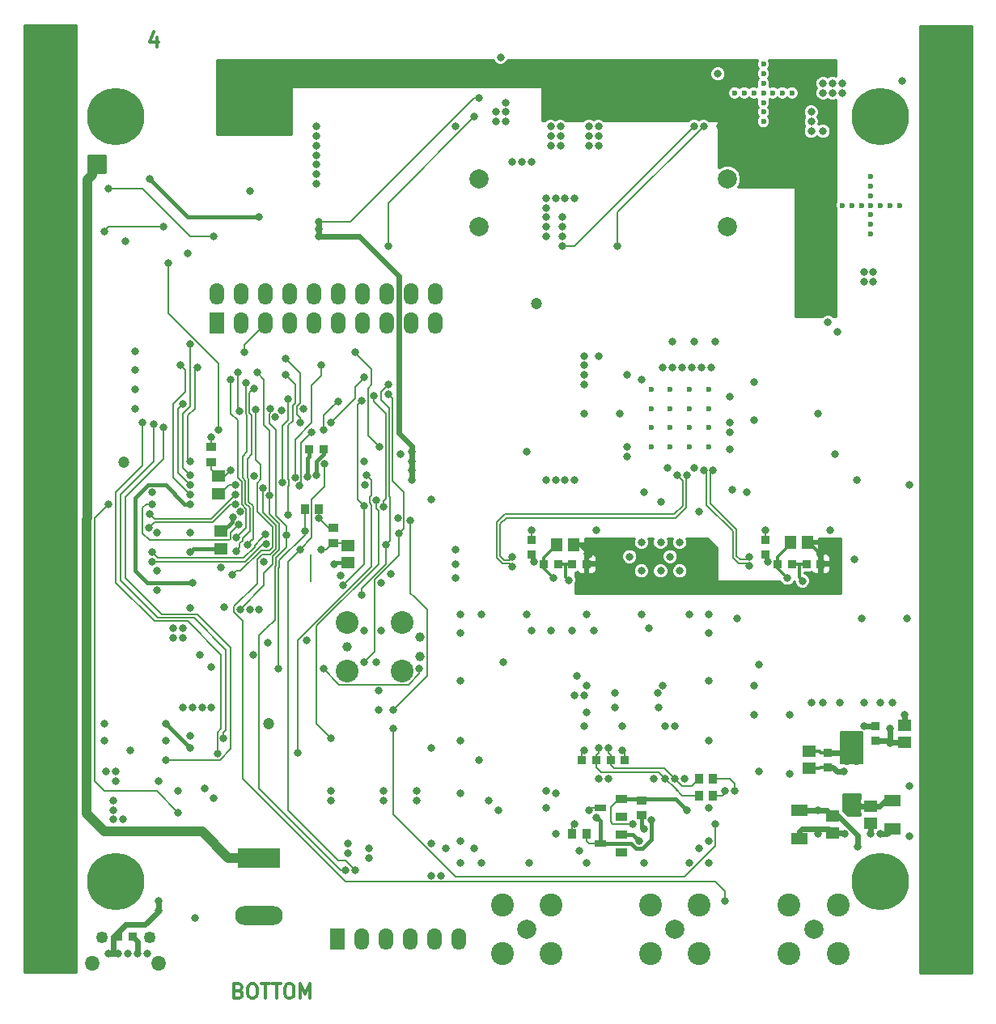
<source format=gbl>
G04 #@! TF.FileFunction,Copper,L4,Bot,Signal*
%FSLAX46Y46*%
G04 Gerber Fmt 4.6, Leading zero omitted, Abs format (unit mm)*
G04 Created by KiCad (PCBNEW (2015-03-11 BZR 5506)-product) date Wed 11 Mar 2015 06:23:38 PM EDT*
%MOMM*%
G01*
G04 APERTURE LIST*
%ADD10C,0.100000*%
%ADD11C,0.300000*%
%ADD12C,1.200000*%
%ADD13R,4.500000X2.000000*%
%ADD14O,5.000000X2.000000*%
%ADD15C,6.000000*%
%ADD16C,1.000000*%
%ADD17R,1.150000X1.450000*%
%ADD18R,1.450000X1.150000*%
%ADD19R,1.800000X1.200000*%
%ADD20R,1.300000X0.900000*%
%ADD21R,1.300000X0.800000*%
%ADD22O,1.550000X1.550000*%
%ADD23O,1.250000X1.250000*%
%ADD24C,2.000000*%
%ADD25C,2.400000*%
%ADD26R,1.524000X2.286000*%
%ADD27O,1.524000X2.286000*%
%ADD28R,0.950000X0.900000*%
%ADD29R,0.900000X0.950000*%
%ADD30R,0.850000X1.000000*%
%ADD31R,1.000000X0.850000*%
%ADD32R,1.000000X0.950000*%
%ADD33C,0.990600*%
%ADD34C,2.374900*%
%ADD35C,0.800000*%
%ADD36C,0.600000*%
%ADD37C,0.600000*%
%ADD38C,0.350000*%
%ADD39C,0.200000*%
%ADD40C,0.400000*%
%ADD41C,0.210000*%
%ADD42C,2.000000*%
%ADD43C,1.000000*%
%ADD44C,0.254000*%
G04 APERTURE END LIST*
D10*
D11*
X97857143Y-126392857D02*
X98071429Y-126464286D01*
X98142857Y-126535714D01*
X98214286Y-126678571D01*
X98214286Y-126892857D01*
X98142857Y-127035714D01*
X98071429Y-127107143D01*
X97928571Y-127178571D01*
X97357143Y-127178571D01*
X97357143Y-125678571D01*
X97857143Y-125678571D01*
X98000000Y-125750000D01*
X98071429Y-125821429D01*
X98142857Y-125964286D01*
X98142857Y-126107143D01*
X98071429Y-126250000D01*
X98000000Y-126321429D01*
X97857143Y-126392857D01*
X97357143Y-126392857D01*
X99142857Y-125678571D02*
X99428571Y-125678571D01*
X99571429Y-125750000D01*
X99714286Y-125892857D01*
X99785714Y-126178571D01*
X99785714Y-126678571D01*
X99714286Y-126964286D01*
X99571429Y-127107143D01*
X99428571Y-127178571D01*
X99142857Y-127178571D01*
X99000000Y-127107143D01*
X98857143Y-126964286D01*
X98785714Y-126678571D01*
X98785714Y-126178571D01*
X98857143Y-125892857D01*
X99000000Y-125750000D01*
X99142857Y-125678571D01*
X100214286Y-125678571D02*
X101071429Y-125678571D01*
X100642858Y-127178571D02*
X100642858Y-125678571D01*
X101357143Y-125678571D02*
X102214286Y-125678571D01*
X101785715Y-127178571D02*
X101785715Y-125678571D01*
X103000000Y-125678571D02*
X103285714Y-125678571D01*
X103428572Y-125750000D01*
X103571429Y-125892857D01*
X103642857Y-126178571D01*
X103642857Y-126678571D01*
X103571429Y-126964286D01*
X103428572Y-127107143D01*
X103285714Y-127178571D01*
X103000000Y-127178571D01*
X102857143Y-127107143D01*
X102714286Y-126964286D01*
X102642857Y-126678571D01*
X102642857Y-126178571D01*
X102714286Y-125892857D01*
X102857143Y-125750000D01*
X103000000Y-125678571D01*
X104285715Y-127178571D02*
X104285715Y-125678571D01*
X104785715Y-126750000D01*
X105285715Y-125678571D01*
X105285715Y-127178571D01*
X89285715Y-26678571D02*
X89285715Y-27678571D01*
X88928572Y-26107143D02*
X88571429Y-27178571D01*
X89500001Y-27178571D01*
D12*
X85800000Y-71100000D03*
X101000000Y-98500000D03*
D13*
X100000000Y-112500000D03*
D14*
X100000000Y-118500000D03*
D15*
X85000000Y-35000000D03*
D16*
X87250000Y-35000000D03*
X86125000Y-36949000D03*
X83875000Y-36949000D03*
X82750000Y-35000000D03*
X83875000Y-33051000D03*
X86125000Y-33051000D03*
D15*
X85000000Y-115000000D03*
D16*
X87250000Y-115000000D03*
X86125000Y-116949000D03*
X83875000Y-116949000D03*
X82750000Y-115000000D03*
X83875000Y-113051000D03*
X86125000Y-113051000D03*
D15*
X165000000Y-115000000D03*
D16*
X167250000Y-115000000D03*
X166125000Y-116949000D03*
X163875000Y-116949000D03*
X162750000Y-115000000D03*
X163875000Y-113051000D03*
X166125000Y-113051000D03*
D15*
X165000000Y-35000000D03*
D16*
X167250000Y-35000000D03*
X166125000Y-36949000D03*
X163875000Y-36949000D03*
X162750000Y-35000000D03*
X163875000Y-33051000D03*
X166125000Y-33051000D03*
D17*
X131100000Y-79750000D03*
X132900000Y-79750000D03*
X155600000Y-79500000D03*
X157400000Y-79500000D03*
D18*
X160000000Y-108100000D03*
X160000000Y-109900000D03*
X164000000Y-108900000D03*
X164000000Y-107100000D03*
D19*
X156500000Y-107550000D03*
X156500000Y-110450000D03*
X166250000Y-109450000D03*
X166250000Y-106550000D03*
D20*
X137850000Y-110050000D03*
X137850000Y-111950000D03*
D21*
X135650000Y-111000000D03*
D20*
X137850000Y-106300000D03*
X137850000Y-108200000D03*
D21*
X135650000Y-107250000D03*
D22*
X82500000Y-123500000D03*
X89500000Y-123500000D03*
D23*
X83500000Y-120800000D03*
X88500000Y-120800000D03*
D24*
X149000000Y-46500000D03*
X149000000Y-41500000D03*
X123000000Y-46500000D03*
X123000000Y-41500000D03*
X128000000Y-120000000D03*
D25*
X125450000Y-117450000D03*
X130550000Y-117450000D03*
X125450000Y-122550000D03*
X130550000Y-122550000D03*
D24*
X143500000Y-120000000D03*
D25*
X140950000Y-117450000D03*
X146050000Y-117450000D03*
X140950000Y-122550000D03*
X146050000Y-122550000D03*
D24*
X158000000Y-120000000D03*
D25*
X155450000Y-117450000D03*
X160550000Y-117450000D03*
X155450000Y-122550000D03*
X160550000Y-122550000D03*
D26*
X95570000Y-56524000D03*
D27*
X98110000Y-56524000D03*
X100650000Y-56524000D03*
X103190000Y-56524000D03*
X105730000Y-56524000D03*
X108270000Y-56524000D03*
X110810000Y-56524000D03*
X113350000Y-56524000D03*
X115890000Y-56524000D03*
X118430000Y-56524000D03*
X95570000Y-53476000D03*
X98110000Y-53476000D03*
X100650000Y-53476000D03*
X103190000Y-53476000D03*
X105730000Y-53476000D03*
X108270000Y-53476000D03*
X110810000Y-53476000D03*
X113350000Y-53476000D03*
X115890000Y-53476000D03*
X118430000Y-53476000D03*
D26*
X108150000Y-121000000D03*
D27*
X110690000Y-121000000D03*
X113230000Y-121000000D03*
X115770000Y-121000000D03*
X118310000Y-121000000D03*
X120850000Y-121000000D03*
D12*
X129000000Y-54500000D03*
D28*
X128500000Y-80750000D03*
X128500000Y-79250000D03*
X153000000Y-80750000D03*
X153000000Y-79250000D03*
D29*
X129750000Y-81750000D03*
X131250000Y-81750000D03*
X132750000Y-81750000D03*
X134250000Y-81750000D03*
X154250000Y-81750000D03*
X155750000Y-81750000D03*
X157250000Y-81750000D03*
X158750000Y-81750000D03*
D28*
X164500000Y-100250000D03*
X164500000Y-98750000D03*
D18*
X167500000Y-100400000D03*
X167500000Y-98600000D03*
D28*
X159500000Y-101500000D03*
X159500000Y-103000000D03*
D18*
X157500000Y-101350000D03*
X157500000Y-103150000D03*
D29*
X85250000Y-120750000D03*
X86750000Y-120750000D03*
D30*
X147500000Y-104250000D03*
X146000000Y-104250000D03*
X147500000Y-106000000D03*
X146000000Y-106000000D03*
D29*
X136750000Y-102250000D03*
X138250000Y-102250000D03*
X135250000Y-102250000D03*
X133750000Y-102250000D03*
D30*
X134250000Y-110000000D03*
X132750000Y-110000000D03*
D31*
X140000000Y-108000000D03*
X140000000Y-106500000D03*
D18*
X95750000Y-72600000D03*
X95750000Y-74400000D03*
X109250000Y-79850000D03*
X109250000Y-81650000D03*
X96000000Y-78350000D03*
X96000000Y-80150000D03*
D32*
X107750000Y-77950000D03*
X107750000Y-79550000D03*
X95000000Y-69500000D03*
X95000000Y-71100000D03*
D33*
X109190000Y-90385000D03*
X116810000Y-89369000D03*
X116810000Y-91401000D03*
D34*
X109190000Y-87845000D03*
X109190000Y-92925000D03*
X114905000Y-92925000D03*
X114905000Y-87845000D03*
D30*
X106250000Y-76000000D03*
X104750000Y-76000000D03*
D29*
X106750000Y-69750000D03*
X105250000Y-69750000D03*
D35*
X118000000Y-111000000D03*
X135500000Y-60000000D03*
X113762448Y-82841779D03*
X105055199Y-72616871D03*
D36*
X147000000Y-69500000D03*
X145000000Y-69500000D03*
X143000000Y-69500000D03*
X141000000Y-69500000D03*
X147000000Y-67500000D03*
X145000000Y-67500000D03*
X143000000Y-67500000D03*
X141000000Y-67500000D03*
X147000000Y-65500000D03*
X145000000Y-65500000D03*
X143000000Y-65500000D03*
X141000000Y-65500000D03*
X147000000Y-63500000D03*
X145000000Y-63500000D03*
X143000000Y-63500000D03*
X141000000Y-63500000D03*
D35*
X165000000Y-110000000D03*
X164000000Y-110000000D03*
D36*
X162500000Y-102500000D03*
X161500000Y-102500000D03*
X162500000Y-99500000D03*
X161500000Y-99500000D03*
X162500000Y-101500000D03*
X161500000Y-101500000D03*
X162500000Y-100500000D03*
X161500000Y-100500000D03*
X167000000Y-44250000D03*
X166000000Y-44250000D03*
X165000000Y-44250000D03*
X161000000Y-44250000D03*
X162000000Y-44250000D03*
X163000000Y-44250000D03*
X164000000Y-47250000D03*
X164000000Y-46250000D03*
X164000000Y-45250000D03*
X164000000Y-41250000D03*
X164000000Y-42250000D03*
X164000000Y-43250000D03*
X164000000Y-44250000D03*
D35*
X125250000Y-28750000D03*
X150000000Y-87500000D03*
X94250000Y-105250000D03*
X95250000Y-106250000D03*
X92500000Y-49250000D03*
X99000000Y-42750000D03*
X130000000Y-107250000D03*
X130000000Y-105500000D03*
X163250000Y-98750000D03*
X167500000Y-97500000D03*
X138500000Y-62000000D03*
X138500000Y-70500000D03*
X134000000Y-66000000D03*
X147750000Y-58500000D03*
X145500000Y-58500000D03*
X143250000Y-58500000D03*
X151750000Y-66750000D03*
X151750000Y-62750000D03*
X160500000Y-57500000D03*
X96347980Y-86250000D03*
X106000000Y-42000000D03*
X106000000Y-36000000D03*
X106000000Y-37000000D03*
X106000000Y-38000000D03*
X106000000Y-39000000D03*
X106000000Y-40000000D03*
X106000000Y-41000000D03*
X134500000Y-107500000D03*
X159500000Y-56500000D03*
X151750000Y-97500000D03*
X128000000Y-70000000D03*
X118000000Y-75000000D03*
X140000000Y-62500000D03*
X163000000Y-87500000D03*
X166250000Y-96250000D03*
X165000000Y-96250000D03*
X163250000Y-96250000D03*
X160750000Y-96250000D03*
X159000000Y-96250000D03*
X157750000Y-96250000D03*
X144000000Y-82500000D03*
X144000000Y-79500000D03*
X143000000Y-81000000D03*
X142000000Y-82500000D03*
X142000000Y-79500000D03*
X156848130Y-83537967D03*
X132365088Y-83444441D03*
X121000000Y-94000000D03*
X121000000Y-100250000D03*
X121000000Y-105750000D03*
X121000000Y-110750000D03*
X123250000Y-113000000D03*
X121000000Y-113000000D03*
X128250000Y-113000000D03*
X134250000Y-113000000D03*
X140250000Y-113000000D03*
X145000000Y-113000000D03*
X147000000Y-110750000D03*
X147000000Y-113000000D03*
X147000000Y-107250000D03*
X147000000Y-100250000D03*
X147000000Y-94000000D03*
X147000000Y-89000000D03*
X145000000Y-87000000D03*
X147000000Y-87000000D03*
X140000000Y-87000000D03*
X134250000Y-87000000D03*
X128000000Y-87000000D03*
X121000000Y-89000000D03*
X121000000Y-87000000D03*
X123250000Y-87000000D03*
X138000000Y-101250000D03*
X134000000Y-101250000D03*
X141250000Y-104250000D03*
X144500000Y-104250000D03*
X143500000Y-98750000D03*
X142500000Y-98750000D03*
X138000000Y-98750000D03*
X134000000Y-98750000D03*
X135500000Y-104250000D03*
X136500000Y-104250000D03*
X124000000Y-106500000D03*
X131000000Y-105750000D03*
X131000000Y-110000000D03*
X123000000Y-102250000D03*
X135000000Y-88750000D03*
X132750000Y-88750000D03*
X130500000Y-88750000D03*
X128500000Y-88750000D03*
X88250000Y-122500000D03*
X86250000Y-122500000D03*
X87250000Y-122500000D03*
X172000000Y-33000000D03*
X172000000Y-43000000D03*
X172000000Y-53000000D03*
X172000000Y-63000000D03*
X172000000Y-73000000D03*
X172000000Y-83000000D03*
X172000000Y-93000000D03*
X172000000Y-103000000D03*
X172000000Y-113000000D03*
X172000000Y-123000000D03*
X78000000Y-34000000D03*
X78000000Y-43000000D03*
X78000000Y-53000000D03*
X78000000Y-63000000D03*
X78000000Y-73000000D03*
X78000000Y-83000000D03*
X78000000Y-93000000D03*
X78000000Y-103000000D03*
X78000000Y-113000000D03*
X78000000Y-123000000D03*
X130000000Y-47500000D03*
X130000000Y-46500000D03*
X130000000Y-45500000D03*
X130000000Y-44500000D03*
X130000000Y-43500000D03*
X131000000Y-43500000D03*
X132000000Y-43500000D03*
X133000000Y-43500000D03*
X120500000Y-36000000D03*
X127500000Y-39750000D03*
X128500000Y-39750000D03*
X126500000Y-39750000D03*
X131500000Y-37000000D03*
X131500000Y-36000000D03*
X131500000Y-38000000D03*
X130500000Y-38000000D03*
X130500000Y-37000000D03*
X130500000Y-36000000D03*
X134500000Y-37000000D03*
X134500000Y-36000000D03*
X134500000Y-38000000D03*
X135500000Y-38000000D03*
X135500000Y-37000000D03*
X135500000Y-36000000D03*
X157750000Y-34500000D03*
X157750000Y-35500000D03*
X157750000Y-36500000D03*
X159000000Y-36500000D03*
X148000000Y-30500000D03*
X134250000Y-97250000D03*
X161250000Y-110000000D03*
X158500000Y-110000000D03*
X107500000Y-106500000D03*
X107500000Y-105500000D03*
X113000000Y-106500000D03*
X113000000Y-105500000D03*
X116500000Y-106500000D03*
X116500000Y-105500000D03*
X86000000Y-48000000D03*
X168000000Y-73500000D03*
X162500000Y-73000000D03*
X93250000Y-118750000D03*
X89500000Y-104500000D03*
X91500000Y-105500000D03*
X83750000Y-98500000D03*
X83750000Y-100250000D03*
X90250000Y-100250000D03*
X92750000Y-99750000D03*
X95000000Y-92500000D03*
X93750000Y-91250000D03*
X89250000Y-84500000D03*
X89250000Y-82500000D03*
X89250000Y-78500000D03*
X158500000Y-66000000D03*
X87000000Y-63500000D03*
X167250000Y-31250000D03*
X151000000Y-74250000D03*
X140250000Y-74250000D03*
X167750000Y-87500000D03*
X137250000Y-96750000D03*
X137250000Y-95250000D03*
X141750000Y-96750000D03*
X141721924Y-95292114D03*
X133250000Y-93500000D03*
X134250000Y-94500000D03*
X140750000Y-88500000D03*
X125500000Y-92000000D03*
X122500000Y-111500000D03*
X119500000Y-111500000D03*
X168000000Y-110250000D03*
X155500000Y-97500000D03*
X155500000Y-103750000D03*
X149500000Y-74000000D03*
X159750000Y-78250000D03*
X135250000Y-78250000D03*
X133500000Y-111750000D03*
X139750000Y-110750000D03*
X146000000Y-111500000D03*
X128500000Y-78272998D03*
X153000000Y-78272998D03*
X120500000Y-80250000D03*
X120500000Y-81750000D03*
X120500000Y-83250000D03*
X108500000Y-83000000D03*
X107800000Y-81800000D03*
X97539171Y-73483791D03*
X99481245Y-72593433D03*
X92774113Y-86393960D03*
X111045678Y-73451010D03*
X104648321Y-65501024D03*
X92750000Y-80495970D03*
X97990308Y-76314555D03*
X104995970Y-89750000D03*
X111000000Y-88750000D03*
X112750000Y-88750000D03*
X88750000Y-74250000D03*
X101683510Y-66398614D03*
X100500000Y-81500000D03*
X100902020Y-90000000D03*
X99347980Y-91249996D03*
X114749992Y-70250000D03*
X114500000Y-77000000D03*
D36*
X102250000Y-33000000D03*
X101250000Y-33000000D03*
X100250000Y-33000000D03*
X96250000Y-33000000D03*
X97250000Y-33000000D03*
X98250000Y-33000000D03*
X99250000Y-36000000D03*
X99250000Y-35000000D03*
X99250000Y-34000000D03*
X99250000Y-30000000D03*
X99250000Y-31000000D03*
X99250000Y-32000000D03*
X99250000Y-33000000D03*
D35*
X131500000Y-32000000D03*
X128500000Y-31500000D03*
X126500000Y-31500000D03*
X127500000Y-31500000D03*
X128500000Y-29500000D03*
X126500000Y-29500000D03*
X127500000Y-29500000D03*
X158500000Y-53500000D03*
X158500000Y-54500000D03*
X159500000Y-54500000D03*
X159500000Y-53500000D03*
X130500000Y-32000000D03*
X130500000Y-31000000D03*
X131500000Y-31000000D03*
X134500000Y-32000000D03*
X134500000Y-31000000D03*
X135500000Y-32000000D03*
X135500000Y-31000000D03*
X148250000Y-36000000D03*
X142750000Y-71750000D03*
X149250000Y-69750000D03*
X149250000Y-66950010D03*
X149268282Y-64270313D03*
X147250000Y-61250000D03*
X146250000Y-61250000D03*
X145250000Y-61250000D03*
X144250000Y-61250000D03*
X143250000Y-61250000D03*
X142250000Y-61250000D03*
X149250000Y-68000000D03*
X142000000Y-75250000D03*
X146000000Y-76250000D03*
X145500000Y-71750000D03*
X128747998Y-81500000D03*
X153247998Y-81500000D03*
X138500000Y-69500000D03*
X134000000Y-61000000D03*
X134000000Y-60000000D03*
X134000000Y-62000000D03*
X133000000Y-73000000D03*
X132000000Y-73000000D03*
X131000000Y-73000000D03*
X130000000Y-73000000D03*
X134000000Y-63000000D03*
X114000000Y-97000000D03*
X115808487Y-77250000D03*
X137750000Y-66000000D03*
X106250000Y-46750000D03*
X106250000Y-47500000D03*
X116000000Y-70000000D03*
X116000000Y-71000000D03*
X116000000Y-72000000D03*
X116000000Y-73000000D03*
X106250000Y-46000000D03*
X106250000Y-46000000D03*
X109250000Y-112000000D03*
X109250000Y-111000000D03*
X123000000Y-33000000D03*
X112500000Y-97000000D03*
X118000000Y-101000000D03*
X163250000Y-51250000D03*
X163250000Y-52250000D03*
X164250000Y-51250000D03*
X140000000Y-82500000D03*
X140000000Y-79500000D03*
X138750000Y-81000000D03*
X155250000Y-83250000D03*
X130750000Y-83250000D03*
X134000000Y-95500000D03*
X133000000Y-95500000D03*
X164250000Y-52250000D03*
X166000000Y-100500000D03*
X166000000Y-99000000D03*
X84000000Y-103500000D03*
X85000000Y-103500000D03*
X85000000Y-104500000D03*
X125000000Y-107500000D03*
X133000000Y-109000000D03*
X160500000Y-81500000D03*
X142250000Y-94500000D03*
X158750000Y-80750000D03*
X158750000Y-80750000D03*
X134500000Y-80750000D03*
X160250000Y-70250000D03*
X152250000Y-92250000D03*
X147245669Y-81254331D03*
X146000000Y-82500000D03*
X146000000Y-79500000D03*
X152250000Y-103500000D03*
X162250000Y-81250000D03*
X151750000Y-94500000D03*
X159000000Y-31500000D03*
X160000000Y-31500000D03*
X161000000Y-31500000D03*
X159000000Y-32500000D03*
X160000000Y-32500000D03*
X161000000Y-32500000D03*
X161140041Y-103500000D03*
X140250000Y-109500000D03*
X147750000Y-109000000D03*
X114000000Y-99000000D03*
X162652001Y-111347999D03*
X158500000Y-107500000D03*
X125750000Y-33500000D03*
X125750000Y-34500000D03*
X125750000Y-35500000D03*
X124750000Y-35500000D03*
X124750000Y-34500000D03*
X111500000Y-112500000D03*
X111500000Y-111500000D03*
D36*
X162500000Y-107500000D03*
X161500000Y-107500000D03*
X162500000Y-106500000D03*
X161500000Y-106500000D03*
X155750000Y-32500000D03*
X154750000Y-32500000D03*
X153750000Y-32500000D03*
X149750000Y-32500000D03*
X150750000Y-32500000D03*
X151750000Y-32500000D03*
X152750000Y-35500000D03*
X152750000Y-34500000D03*
X152750000Y-33500000D03*
X152750000Y-29500000D03*
X152750000Y-30500000D03*
X152750000Y-31500000D03*
X152750000Y-32500000D03*
D35*
X131750000Y-46500000D03*
X131750000Y-45500000D03*
X131750000Y-47500000D03*
X131750000Y-48500000D03*
X145500000Y-36000000D03*
X145500000Y-36000000D03*
X168000000Y-105000000D03*
X119000000Y-114347990D03*
X118000000Y-114347990D03*
X143500000Y-104250000D03*
X136500000Y-101000000D03*
X136500000Y-101000000D03*
X142500000Y-104250000D03*
X135500000Y-101000000D03*
X135500000Y-101000000D03*
X146500000Y-36000000D03*
X137500000Y-48500000D03*
X89500000Y-117000000D03*
X89500000Y-118000000D03*
X84250000Y-122500000D03*
X85250000Y-122500000D03*
X88500000Y-76500000D03*
X97500000Y-74500000D03*
X88457886Y-77971924D03*
X97499343Y-75498908D03*
X95000000Y-96750000D03*
X94000000Y-96750000D03*
X93000000Y-96750000D03*
X92000000Y-96750000D03*
X86500000Y-101250000D03*
X84750000Y-106500000D03*
X84750000Y-107500000D03*
X84750000Y-108500000D03*
X85750000Y-108500000D03*
X113500000Y-48500000D03*
X113500000Y-48500000D03*
X122500000Y-35000000D03*
X122500000Y-35000000D03*
X106000000Y-72500000D03*
X111000000Y-71000000D03*
X100000000Y-86500000D03*
X99000000Y-86500000D03*
X91000000Y-89500000D03*
X92000000Y-89500000D03*
X91000000Y-88500000D03*
X92000000Y-88500000D03*
X87000000Y-65500000D03*
X87000000Y-61500000D03*
X87000000Y-59500000D03*
X106250000Y-77000000D03*
X92750000Y-78500000D03*
X97243514Y-76905000D03*
X112500000Y-95016471D03*
X112750000Y-83750000D03*
X112250000Y-92000000D03*
X102304842Y-65677314D03*
X95000000Y-68500000D03*
X95990582Y-82152020D03*
X100000000Y-45500000D03*
X100000000Y-45500000D03*
X88500000Y-41500000D03*
X135250000Y-108250000D03*
X135250000Y-108250000D03*
X141045895Y-108506884D03*
X139082719Y-108995200D03*
X139082720Y-108995200D03*
X144749996Y-107500000D03*
X149750000Y-105500000D03*
X148750000Y-105500000D03*
X90000000Y-46500000D03*
X83750000Y-47000000D03*
X82500000Y-40500000D03*
X82500000Y-39500000D03*
X83500000Y-39500000D03*
X83500000Y-40500000D03*
X126500000Y-82005000D03*
X143750000Y-72500000D03*
X126500000Y-81045000D03*
X144750000Y-72500000D03*
X146520000Y-72000000D03*
X151250000Y-81980000D03*
X147480000Y-72000000D03*
X151250000Y-81020000D03*
X92750000Y-73500000D03*
X92000000Y-65000000D03*
X103000000Y-64500006D03*
X102402020Y-73250000D03*
X97193173Y-82897418D03*
X99592980Y-65607246D03*
X111250000Y-72500000D03*
X104000000Y-101500000D03*
X87750000Y-67000000D03*
X95602831Y-101575000D03*
X88953617Y-67152020D03*
X96254851Y-99986240D03*
X90250000Y-102250000D03*
X90250000Y-102250000D03*
X90250000Y-102250000D03*
X89974654Y-67504030D03*
X105500000Y-68000000D03*
X92750000Y-75500000D03*
X93000000Y-83739345D03*
X104172426Y-73603161D03*
X112555523Y-69498891D03*
X110000000Y-59602010D03*
X98444608Y-59597980D03*
X93500000Y-61250000D03*
X92750000Y-71000000D03*
X92750000Y-72500000D03*
X92750008Y-58750000D03*
X92750000Y-74500000D03*
X91750000Y-61000000D03*
X102750000Y-60254030D03*
X104250000Y-67000000D03*
X112205546Y-75075755D03*
X107500000Y-100000000D03*
X148750000Y-117000000D03*
X148750000Y-117000000D03*
X100402020Y-73804950D03*
X110000000Y-113750000D03*
X106847980Y-71250000D03*
X104250000Y-80250000D03*
X109000000Y-113750000D03*
X101176462Y-65557281D03*
X102847980Y-78766244D03*
X106500000Y-61000000D03*
X97749994Y-61750000D03*
X97936949Y-65778539D03*
X103750006Y-72750000D03*
X90500000Y-50250000D03*
X95750000Y-67750000D03*
X92750000Y-101000000D03*
X90250000Y-98500000D03*
X90250000Y-98500000D03*
X95250000Y-47500000D03*
X84250000Y-42500000D03*
X97000000Y-72000000D03*
X106500000Y-80250004D03*
X110695979Y-64696881D03*
X110977663Y-75721639D03*
X108750000Y-84000000D03*
X99429456Y-63388960D03*
X98745970Y-79752132D03*
X113500000Y-64000000D03*
X111000000Y-92000000D03*
X97547201Y-80408140D03*
X98642243Y-62853589D03*
X114643978Y-78554021D03*
X113500000Y-63000000D03*
X110750000Y-85000000D03*
X97000000Y-62500024D03*
X97629021Y-78982078D03*
X113250000Y-79750000D03*
X106750000Y-67750000D03*
X108250000Y-64750000D03*
X111000000Y-62250000D03*
X107500000Y-67000000D03*
X103041588Y-76597980D03*
X102750000Y-62000000D03*
X98000000Y-86500000D03*
X99755992Y-61732929D03*
X101054040Y-74582843D03*
X88750000Y-80500000D03*
X100633421Y-78678886D03*
X88750000Y-81500000D03*
X100710052Y-79689688D03*
X102000000Y-92750000D03*
X106750000Y-92750000D03*
X116750000Y-92750000D03*
X104750000Y-78317211D03*
X91500000Y-107750000D03*
X84250000Y-75500000D03*
X88750000Y-75500000D03*
X97833928Y-77668057D03*
X112000000Y-64152010D03*
X113000000Y-75750000D03*
D37*
X87250000Y-122500000D02*
X87250000Y-121250000D01*
X87250000Y-121250000D02*
X86750000Y-120750000D01*
X165565685Y-110000000D02*
X165000000Y-110000000D01*
X165700000Y-110000000D02*
X165565685Y-110000000D01*
X166250000Y-109450000D02*
X165700000Y-110000000D01*
X164000000Y-108900000D02*
X164000000Y-110000000D01*
X159500000Y-101500000D02*
X161500000Y-101500000D01*
X164500000Y-98750000D02*
X163250000Y-98750000D01*
X167500000Y-98600000D02*
X167500000Y-97500000D01*
D38*
X156480989Y-81750000D02*
X157250000Y-81750000D01*
X155750000Y-81750000D02*
X156480989Y-81750000D01*
X156480989Y-81750000D02*
X156480989Y-83170826D01*
X156480989Y-83170826D02*
X156848130Y-83537967D01*
X131250000Y-81750000D02*
X132029306Y-81750000D01*
X132029306Y-81750000D02*
X132750000Y-81750000D01*
X132365088Y-83444441D02*
X132029306Y-83108659D01*
X132029306Y-83108659D02*
X132029306Y-81750000D01*
D39*
X135650000Y-107250000D02*
X134750000Y-107250000D01*
X134750000Y-107250000D02*
X134500000Y-107500000D01*
X137850000Y-110050000D02*
X137850000Y-110250000D01*
D37*
X156500000Y-110450000D02*
X156500000Y-109750000D01*
X156800000Y-109450000D02*
X158500000Y-109450000D01*
X156500000Y-109750000D02*
X156800000Y-109450000D01*
X159550000Y-109450000D02*
X160000000Y-109900000D01*
X158500000Y-109450000D02*
X159550000Y-109450000D01*
X161150000Y-109900000D02*
X161250000Y-110000000D01*
X160000000Y-109900000D02*
X161150000Y-109900000D01*
X158500000Y-109450000D02*
X158500000Y-110000000D01*
X164153640Y-109053640D02*
X164000000Y-108900000D01*
D38*
X157500000Y-101350000D02*
X158600000Y-101350000D01*
X158750000Y-101500000D02*
X159500000Y-101500000D01*
X158600000Y-101350000D02*
X158750000Y-101500000D01*
D39*
X138250000Y-101500000D02*
X138000000Y-101250000D01*
X138250000Y-102250000D02*
X138250000Y-101500000D01*
X133750000Y-101500000D02*
X134000000Y-101250000D01*
X133750000Y-102250000D02*
X133750000Y-101500000D01*
D40*
X139050000Y-110050000D02*
X139750000Y-110750000D01*
X137850000Y-110050000D02*
X139050000Y-110050000D01*
D41*
X128500000Y-79250000D02*
X128500000Y-78272998D01*
D39*
X153000000Y-79250000D02*
X153000000Y-78272998D01*
D40*
X107950000Y-81650000D02*
X107800000Y-81800000D01*
X109250000Y-81650000D02*
X107950000Y-81650000D01*
D39*
X95750000Y-74400000D02*
X95900000Y-74400000D01*
X96816209Y-73483791D02*
X97539171Y-73483791D01*
X95900000Y-74400000D02*
X96816209Y-73483791D01*
D40*
X93095970Y-80150000D02*
X92750000Y-80495970D01*
X96000000Y-80150000D02*
X93095970Y-80150000D01*
X105055199Y-72616871D02*
X105055199Y-70694801D01*
X105250000Y-70500000D02*
X105250000Y-69750000D01*
X105055199Y-70694801D02*
X105250000Y-70500000D01*
D37*
X158989783Y-54500000D02*
X158989783Y-54010217D01*
D42*
X158989783Y-54010217D02*
X159000000Y-54000000D01*
D37*
X158989783Y-54500000D02*
X159500000Y-54500000D01*
X158500000Y-54500000D02*
X158989783Y-54500000D01*
D39*
X148250000Y-36000000D02*
X148250000Y-35000000D01*
X128500000Y-81252002D02*
X128747998Y-81500000D01*
X128500000Y-80750000D02*
X128500000Y-81252002D01*
X153000000Y-81252002D02*
X153247998Y-81500000D01*
X153000000Y-80750000D02*
X153000000Y-81252002D01*
X117557301Y-93442699D02*
X117557301Y-86557301D01*
X114000000Y-97000000D02*
X117557301Y-93442699D01*
X115808487Y-84808487D02*
X116187989Y-85187989D01*
X115808487Y-77250000D02*
X115808487Y-84808487D01*
X117557301Y-86557301D02*
X116187989Y-85187989D01*
D37*
X106250000Y-47500000D02*
X106250000Y-46000000D01*
X116000000Y-72000000D02*
X116000000Y-70000000D01*
X116000000Y-72000000D02*
X116000000Y-71000000D01*
X116000000Y-73000000D02*
X116000000Y-72000000D01*
D39*
X109500000Y-46000000D02*
X106250000Y-46000000D01*
X122500000Y-33000000D02*
X109500000Y-46000000D01*
X123000000Y-33000000D02*
X122500000Y-33000000D01*
D37*
X116000000Y-70000000D02*
X116000000Y-69434315D01*
X116000000Y-69434315D02*
X114612010Y-68046325D01*
X114612010Y-68046325D02*
X114612010Y-51612010D01*
X106815685Y-47500000D02*
X106250000Y-47500000D01*
X114612010Y-51612010D02*
X110500000Y-47500000D01*
X110500000Y-47500000D02*
X106815685Y-47500000D01*
X166000000Y-99000000D02*
X166000000Y-100500000D01*
X164500000Y-100250000D02*
X165750000Y-100250000D01*
X165750000Y-100250000D02*
X166000000Y-100500000D01*
X167500000Y-100400000D02*
X166100000Y-100400000D01*
X166100000Y-100400000D02*
X166000000Y-100500000D01*
D38*
X154250000Y-81000000D02*
X155600000Y-79650000D01*
X155600000Y-79650000D02*
X155600000Y-79500000D01*
X154250000Y-81750000D02*
X154250000Y-81000000D01*
X154250000Y-81750000D02*
X154250000Y-82250000D01*
X154250000Y-82250000D02*
X155250000Y-83250000D01*
X129750000Y-81750000D02*
X129750000Y-81100000D01*
X129750000Y-81100000D02*
X131100000Y-79750000D01*
X129750000Y-81750000D02*
X129750000Y-82250000D01*
X129750000Y-82250000D02*
X130750000Y-83250000D01*
D39*
X132750000Y-109250000D02*
X133000000Y-109000000D01*
X132750000Y-110000000D02*
X132750000Y-109250000D01*
D37*
X160000000Y-103000000D02*
X160500000Y-103500000D01*
X160500000Y-103500000D02*
X161140041Y-103500000D01*
X159500000Y-103000000D02*
X160000000Y-103000000D01*
D38*
X132900000Y-79750000D02*
X133500000Y-79750000D01*
X133500000Y-79750000D02*
X134500000Y-80750000D01*
X157400000Y-79500000D02*
X157500000Y-79500000D01*
X157500000Y-79500000D02*
X158750000Y-80750000D01*
X134250000Y-81750000D02*
X134250000Y-81000000D01*
X134250000Y-81000000D02*
X134500000Y-80750000D01*
D37*
X161040041Y-103400000D02*
X161140041Y-103500000D01*
D38*
X158750000Y-80750000D02*
X158750000Y-81750000D01*
X157500000Y-103150000D02*
X158600000Y-103150000D01*
X158750000Y-103000000D02*
X159500000Y-103000000D01*
X158600000Y-103150000D02*
X158750000Y-103000000D01*
D39*
X147750000Y-111214962D02*
X147750000Y-109000000D01*
X144464962Y-114500000D02*
X147750000Y-111214962D01*
X120535038Y-114500000D02*
X144464962Y-114500000D01*
X114000000Y-107964962D02*
X120535038Y-114500000D01*
X114000000Y-99000000D02*
X114000000Y-107964962D01*
D40*
X140000000Y-109250000D02*
X140250000Y-109500000D01*
X140000000Y-108000000D02*
X140000000Y-109250000D01*
D37*
X160600000Y-108100000D02*
X162652001Y-110152001D01*
X162652001Y-110152001D02*
X162652001Y-111347999D01*
X160000000Y-108100000D02*
X160600000Y-108100000D01*
X158500000Y-107500000D02*
X156550000Y-107500000D01*
X156550000Y-107500000D02*
X156500000Y-107550000D01*
X159400000Y-107500000D02*
X160000000Y-108100000D01*
X158500000Y-107500000D02*
X159400000Y-107500000D01*
X164000000Y-107100000D02*
X162100000Y-107100000D01*
X162100000Y-107100000D02*
X161500000Y-106500000D01*
X165450000Y-106550000D02*
X164900000Y-107100000D01*
X164900000Y-107100000D02*
X164000000Y-107100000D01*
X166250000Y-106550000D02*
X165450000Y-106550000D01*
D39*
X133000000Y-48500000D02*
X131750000Y-48500000D01*
X145500000Y-36000000D02*
X133000000Y-48500000D01*
D37*
X164050000Y-107050000D02*
X164000000Y-107100000D01*
D39*
X143500000Y-104250000D02*
X144250000Y-105000000D01*
X145250000Y-105000000D02*
X146000000Y-104250000D01*
X144250000Y-105000000D02*
X145250000Y-105000000D01*
X136500000Y-101000000D02*
X136500000Y-101500000D01*
X136750000Y-101750000D02*
X136750000Y-102250000D01*
X136500000Y-101500000D02*
X136750000Y-101750000D01*
X136750000Y-102750000D02*
X136750000Y-102250000D01*
X142399989Y-103149989D02*
X137149989Y-103149989D01*
X137149989Y-103149989D02*
X136750000Y-102750000D01*
X143500000Y-104250000D02*
X142399989Y-103149989D01*
X144250000Y-106000000D02*
X143528966Y-105278966D01*
X146000000Y-106000000D02*
X144250000Y-106000000D01*
X143528966Y-105278966D02*
X143750000Y-105500000D01*
X142500000Y-104250000D02*
X143528966Y-105278966D01*
X135500000Y-101000000D02*
X135500000Y-101500000D01*
X135250000Y-101750000D02*
X135250000Y-102250000D01*
X135500000Y-101500000D02*
X135250000Y-101750000D01*
X135250000Y-103000000D02*
X135250000Y-102250000D01*
X135799999Y-103549999D02*
X135250000Y-103000000D01*
X141799999Y-103549999D02*
X135799999Y-103549999D01*
X142500000Y-104250000D02*
X141799999Y-103549999D01*
X137500000Y-45000000D02*
X137500000Y-48500000D01*
X146500000Y-36000000D02*
X137500000Y-45000000D01*
D37*
X84733598Y-120766402D02*
X85461738Y-120038262D01*
X85461738Y-120038262D02*
X86000000Y-119500000D01*
X85250000Y-120750000D02*
X85250000Y-120250000D01*
X85250000Y-120250000D02*
X85461738Y-120038262D01*
X84733598Y-122500000D02*
X84733598Y-120766402D01*
X86000000Y-119500000D02*
X88000000Y-119500000D01*
X88000000Y-119500000D02*
X89250000Y-118250000D01*
X89250000Y-118250000D02*
X89500000Y-118000000D01*
X89500000Y-118000000D02*
X89500000Y-117000000D01*
X84733598Y-122500000D02*
X85250000Y-122500000D01*
X84250000Y-122500000D02*
X84733598Y-122500000D01*
D41*
X96762721Y-75237279D02*
X97500000Y-74500000D01*
X89029906Y-77029906D02*
X94970094Y-77029906D01*
X88500000Y-76500000D02*
X89029906Y-77029906D01*
X94970094Y-77029906D02*
X96762721Y-75237279D01*
X97024351Y-75498908D02*
X97499343Y-75498908D01*
X95123355Y-77399904D02*
X97024351Y-75498908D01*
X89029906Y-77399904D02*
X95123355Y-77399904D01*
X88457886Y-77971924D02*
X89029906Y-77399904D01*
D39*
X113500000Y-48500000D02*
X113500000Y-44000000D01*
X113500000Y-44000000D02*
X122500000Y-35000000D01*
X107200000Y-77950000D02*
X106250000Y-77000000D01*
X107750000Y-77950000D02*
X107200000Y-77950000D01*
D40*
X97125000Y-77023514D02*
X97243514Y-76905000D01*
X96150000Y-78350000D02*
X97125000Y-77375000D01*
X96000000Y-78350000D02*
X96150000Y-78350000D01*
X97125000Y-77375000D02*
X97125000Y-77023514D01*
D39*
X106250000Y-76000000D02*
X106250000Y-77000000D01*
X95000000Y-69500000D02*
X95000000Y-68500000D01*
D40*
X106000000Y-72500000D02*
X106000000Y-71000000D01*
X106750000Y-70250000D02*
X106750000Y-69750000D01*
X106000000Y-71000000D02*
X106750000Y-70250000D01*
X100000000Y-45500000D02*
X92500000Y-45500000D01*
X92500000Y-45500000D02*
X88500000Y-41500000D01*
X135650000Y-111000000D02*
X135900000Y-111000000D01*
D39*
X134250000Y-110000000D02*
X134250000Y-110750000D01*
X134500000Y-111000000D02*
X135650000Y-111000000D01*
X134250000Y-110750000D02*
X134500000Y-111000000D01*
D40*
X135650000Y-108650000D02*
X135250000Y-108250000D01*
X135650000Y-111000000D02*
X135650000Y-108650000D01*
X136700000Y-111000000D02*
X135650000Y-111000000D01*
X139389039Y-111502001D02*
X138887038Y-111000000D01*
X140110961Y-111502001D02*
X139389039Y-111502001D01*
X141045895Y-110567067D02*
X140110961Y-111502001D01*
X138887038Y-111000000D02*
X136700000Y-111000000D01*
X141045895Y-108506884D02*
X141045895Y-110567067D01*
D39*
X137850000Y-106300000D02*
X139500000Y-106300000D01*
X136995200Y-108995200D02*
X138517035Y-108995200D01*
X137850000Y-106300000D02*
X137650000Y-106300000D01*
X137650000Y-106300000D02*
X136750000Y-107200000D01*
X138517035Y-108995200D02*
X139082720Y-108995200D01*
X136750000Y-107200000D02*
X136750000Y-108750000D01*
X136750000Y-108750000D02*
X136995200Y-108995200D01*
D40*
X143549996Y-106300000D02*
X144349997Y-107100001D01*
X144349997Y-107100001D02*
X144749996Y-107500000D01*
X139800000Y-106300000D02*
X140000000Y-106500000D01*
X139341268Y-106300000D02*
X139800000Y-106300000D01*
X137850000Y-106300000D02*
X139341268Y-106300000D01*
X139341268Y-106300000D02*
X143549996Y-106300000D01*
D39*
X149750000Y-105500000D02*
X149750000Y-104750000D01*
X149750000Y-104750000D02*
X149250000Y-104250000D01*
X149250000Y-104250000D02*
X147500000Y-104250000D01*
X148750000Y-105500000D02*
X148750000Y-105750000D01*
X148500000Y-106000000D02*
X147500000Y-106000000D01*
X148750000Y-105750000D02*
X148500000Y-106000000D01*
X84250000Y-46500000D02*
X83750000Y-47000000D01*
X90000000Y-46500000D02*
X84250000Y-46500000D01*
D43*
X100000000Y-112500000D02*
X96750000Y-112500000D01*
X96750000Y-112500000D02*
X94000000Y-109750000D01*
X94000000Y-109750000D02*
X83750000Y-109750000D01*
X83750000Y-109750000D02*
X81899999Y-107899999D01*
X82000000Y-41565685D02*
X82500000Y-41065685D01*
X82500000Y-41065685D02*
X82500000Y-40500000D01*
X81899999Y-107899999D02*
X81899999Y-77100001D01*
X81899999Y-77100001D02*
X82000000Y-77000000D01*
X82000000Y-77000000D02*
X82000000Y-41565685D01*
X82500000Y-40500000D02*
X82500000Y-39500000D01*
X82500000Y-40500000D02*
X83500000Y-40500000D01*
X82500000Y-39500000D02*
X83500000Y-39500000D01*
D41*
X126204999Y-81709999D02*
X125448371Y-81709999D01*
X126500000Y-82005000D02*
X126204999Y-81709999D01*
X125448371Y-81709999D02*
X124815000Y-81076628D01*
X124815000Y-81076628D02*
X124815000Y-77423372D01*
X124815000Y-77423372D02*
X125673372Y-76565000D01*
X143423372Y-76565000D02*
X144315001Y-75673371D01*
X125673372Y-76565000D02*
X143423372Y-76565000D01*
X144315001Y-73065001D02*
X143750000Y-72500000D01*
X144315001Y-75673371D02*
X144315001Y-73065001D01*
X126204999Y-81340001D02*
X125601629Y-81340001D01*
X126500000Y-81045000D02*
X126204999Y-81340001D01*
X125601629Y-81340001D02*
X125185000Y-80923372D01*
X125185000Y-80923372D02*
X125185000Y-77576628D01*
X125185000Y-77576628D02*
X125826628Y-76935000D01*
X125826628Y-76935000D02*
X143576628Y-76935000D01*
X143576628Y-76935000D02*
X144684999Y-75826629D01*
X144684999Y-72565001D02*
X144750000Y-72500000D01*
X144684999Y-75826629D02*
X144684999Y-72565001D01*
X146815001Y-72295001D02*
X146520000Y-72000000D01*
X151250000Y-81980000D02*
X150954999Y-81684999D01*
X146815001Y-75576629D02*
X146815001Y-72295001D01*
X150954999Y-81684999D02*
X150173371Y-81684999D01*
X150173371Y-81684999D02*
X149565000Y-81076628D01*
X149565000Y-81076628D02*
X149565000Y-78326628D01*
X149565000Y-78326628D02*
X146815001Y-75576629D01*
X151250000Y-81020000D02*
X150954999Y-81315001D01*
X149935000Y-80923372D02*
X149935000Y-78173372D01*
X150954999Y-81315001D02*
X150326629Y-81315001D01*
X150326629Y-81315001D02*
X149935000Y-80923372D01*
X149935000Y-78173372D02*
X147184999Y-75423371D01*
X147184999Y-75423371D02*
X147184999Y-72295001D01*
X147184999Y-72295001D02*
X147480000Y-72000000D01*
D39*
X92000000Y-65000000D02*
X91500000Y-65500000D01*
X91500000Y-65500000D02*
X91500000Y-72250000D01*
X91500000Y-72250000D02*
X92750000Y-73500000D01*
D41*
X102402020Y-67347980D02*
X102402020Y-72684315D01*
X103000000Y-66750000D02*
X102402020Y-67347980D01*
X103000000Y-64500006D02*
X103000000Y-66750000D01*
X102402020Y-72684315D02*
X102402020Y-73250000D01*
D39*
X99592980Y-66172931D02*
X99592980Y-65607246D01*
X100133246Y-72906394D02*
X100133246Y-71383246D01*
X99750000Y-76249991D02*
X99750000Y-73289640D01*
X101362053Y-77862044D02*
X99750000Y-76249991D01*
X101362053Y-80002649D02*
X101362053Y-77862044D01*
X101023013Y-80341689D02*
X101362053Y-80002649D01*
X98039802Y-82497419D02*
X100195532Y-80341689D01*
X97593172Y-82497419D02*
X98039802Y-82497419D01*
X99592980Y-70842980D02*
X99592980Y-66172931D01*
X100133246Y-71383246D02*
X99592980Y-70842980D01*
X100195532Y-80341689D02*
X101023013Y-80341689D01*
X97193173Y-82897418D02*
X97593172Y-82497419D01*
X99750000Y-73289640D02*
X100133246Y-72906394D01*
X111750000Y-74566339D02*
X111553545Y-74762794D01*
X111250000Y-72500000D02*
X111750000Y-73000000D01*
X111750000Y-73000000D02*
X111750000Y-74566339D01*
X111553545Y-75388716D02*
X111750000Y-75585171D01*
X111750000Y-75585171D02*
X111750000Y-82004366D01*
X111750000Y-82004366D02*
X104000000Y-89754366D01*
X111553545Y-74762794D02*
X111553545Y-75388716D01*
X104000000Y-89754366D02*
X104000000Y-100934315D01*
X104000000Y-100934315D02*
X104000000Y-101500000D01*
X95602831Y-99397169D02*
X95602831Y-101009315D01*
X96000000Y-99000000D02*
X95602831Y-99397169D01*
X96000000Y-91250000D02*
X96000000Y-99000000D01*
X92500000Y-87750000D02*
X96000000Y-91250000D01*
X89000000Y-87750000D02*
X92500000Y-87750000D01*
X95602831Y-101009315D02*
X95602831Y-101575000D01*
X85000000Y-83750000D02*
X89000000Y-87750000D01*
X85000000Y-74250000D02*
X85000000Y-83750000D01*
X87750000Y-71500000D02*
X85000000Y-74250000D01*
X87750000Y-67000000D02*
X87750000Y-71500000D01*
X96254851Y-99420555D02*
X96254851Y-99986240D01*
X96500000Y-99175406D02*
X96254851Y-99420555D01*
X89397990Y-87397990D02*
X93147990Y-87397990D01*
X85500000Y-83500000D02*
X89397990Y-87397990D01*
X85500000Y-74500000D02*
X85500000Y-83500000D01*
X93147990Y-87397990D02*
X96500000Y-90750000D01*
X88953617Y-71046383D02*
X85500000Y-74500000D01*
X96500000Y-90750000D02*
X96500000Y-99175406D01*
X88953617Y-67152020D02*
X88953617Y-71046383D01*
X89974654Y-68069715D02*
X89974654Y-67504030D01*
X89974654Y-70775346D02*
X89974654Y-68069715D01*
X86000000Y-74750000D02*
X89974654Y-70775346D01*
X89795980Y-87045980D02*
X86000000Y-83250000D01*
X86000000Y-83250000D02*
X86000000Y-74750000D01*
X97000000Y-90500000D02*
X93545980Y-87045980D01*
X97000000Y-101122281D02*
X97000000Y-90500000D01*
X93545980Y-87045980D02*
X89795980Y-87045980D01*
X95872281Y-102250000D02*
X97000000Y-101122281D01*
X90250000Y-102250000D02*
X95872281Y-102250000D01*
X105402001Y-80747999D02*
X105402001Y-83603242D01*
X104402007Y-73373580D02*
X104172426Y-73603161D01*
X105500000Y-68000000D02*
X104402007Y-69097993D01*
X104402007Y-69097993D02*
X104402007Y-73373580D01*
D40*
X88239345Y-83739345D02*
X87000000Y-82500000D01*
X93000000Y-83739345D02*
X88239345Y-83739345D01*
X87000000Y-74887038D02*
X87000000Y-75302629D01*
X88389039Y-73497999D02*
X87000000Y-74887038D01*
X92750000Y-75500000D02*
X92184315Y-75500000D01*
X87000000Y-75302629D02*
X87000000Y-75035038D01*
X90182314Y-73497999D02*
X88389039Y-73497999D01*
X92184315Y-75500000D02*
X90182314Y-73497999D01*
X87000000Y-82500000D02*
X87000000Y-75302629D01*
D39*
X112555523Y-69498891D02*
X111347999Y-68291367D01*
X111347999Y-68291367D02*
X111347999Y-63402001D01*
X111347999Y-63402001D02*
X111750000Y-63000000D01*
X111750000Y-63000000D02*
X111750000Y-61352010D01*
X111750000Y-61352010D02*
X110399999Y-60002009D01*
X110399999Y-60002009D02*
X110000000Y-59602010D01*
X100650000Y-56651000D02*
X98444608Y-58856392D01*
X100650000Y-56270000D02*
X100650000Y-56651000D01*
X98444608Y-59032295D02*
X98444608Y-59597980D01*
X98444608Y-58856392D02*
X98444608Y-59032295D01*
X92750000Y-71000000D02*
X92500000Y-70750000D01*
X92500000Y-70750000D02*
X92500000Y-66250000D01*
X92500000Y-66250000D02*
X93250000Y-65500000D01*
X93250000Y-65500000D02*
X93250000Y-61500000D01*
X93250000Y-61500000D02*
X93500000Y-61250000D01*
X92000000Y-71750000D02*
X92000000Y-66036002D01*
X92750008Y-65285994D02*
X92750008Y-59315685D01*
X92750000Y-72500000D02*
X92000000Y-71750000D01*
X92000000Y-66036002D02*
X92750008Y-65285994D01*
X92750008Y-59315685D02*
X92750008Y-58750000D01*
X92750000Y-74500000D02*
X91000000Y-72750000D01*
X91000000Y-72750000D02*
X91000000Y-65000000D01*
X92250000Y-61500000D02*
X91750000Y-61000000D01*
X91000000Y-65000000D02*
X92250000Y-63750000D01*
X92250000Y-63750000D02*
X92250000Y-61500000D01*
X104264011Y-64963239D02*
X103969019Y-65258231D01*
X102750000Y-60254030D02*
X104264011Y-61768041D01*
X104264011Y-61768041D02*
X104264011Y-64963239D01*
X103969019Y-65258231D02*
X103969019Y-66153334D01*
X103969019Y-66153334D02*
X104250000Y-66434315D01*
X104250000Y-66434315D02*
X104250000Y-67000000D01*
X112205546Y-75641440D02*
X112205546Y-75075755D01*
X112500000Y-81752183D02*
X112500000Y-76212779D01*
X107500000Y-100000000D02*
X106000000Y-98500000D01*
X106000000Y-88252183D02*
X112500000Y-81752183D01*
X112500000Y-76212779D02*
X112205546Y-75918325D01*
X106000000Y-98500000D02*
X106000000Y-88252183D01*
X112205546Y-75918325D02*
X112205546Y-75641440D01*
X100285038Y-80750000D02*
X101112519Y-80750000D01*
X100402020Y-74370635D02*
X100402020Y-73804950D01*
X101714063Y-80148456D02*
X101714063Y-77716237D01*
X100402020Y-76404194D02*
X100402020Y-74370635D01*
X101112519Y-80750000D02*
X101714063Y-80148456D01*
X99750000Y-81285038D02*
X100285038Y-80750000D01*
X97347999Y-86812961D02*
X97347999Y-86187039D01*
X101714063Y-77716237D02*
X100402020Y-76404194D01*
X99750000Y-83785038D02*
X99750000Y-81285038D01*
X97347999Y-86187039D02*
X99750000Y-83785038D01*
X98250000Y-87714962D02*
X97347999Y-86812961D01*
X109000000Y-115000000D02*
X98250000Y-104250000D01*
X147750000Y-115000000D02*
X109000000Y-115000000D01*
X148750000Y-116000000D02*
X147750000Y-115000000D01*
X148750000Y-117000000D02*
X148750000Y-116000000D01*
X98250000Y-91039538D02*
X98250000Y-92218817D01*
X98250000Y-92218817D02*
X98250000Y-91622782D01*
X98250000Y-104250000D02*
X98250000Y-92218817D01*
X98250000Y-91214962D02*
X98250000Y-91039538D01*
X98250000Y-91039538D02*
X98250000Y-87714962D01*
X103000000Y-107500000D02*
X108250000Y-112750000D01*
X109000000Y-112750000D02*
X110000000Y-113750000D01*
X108250000Y-112750000D02*
X109000000Y-112750000D01*
D41*
X106847980Y-71815685D02*
X106847980Y-71250000D01*
X106847980Y-73652020D02*
X106847980Y-71815685D01*
X105500000Y-75000000D02*
X106847980Y-73652020D01*
X105500000Y-78387551D02*
X105500000Y-75000000D01*
D39*
X103000000Y-81500000D02*
X104250000Y-80250000D01*
X103000000Y-107500000D02*
X103000000Y-81500000D01*
X105500000Y-79000000D02*
X104250000Y-80250000D01*
X105500000Y-78387551D02*
X105500000Y-79000000D01*
D41*
X100750000Y-88500000D02*
X101652020Y-87597980D01*
X101652020Y-87597980D02*
X101652020Y-82179925D01*
D39*
X102232376Y-77232376D02*
X102068267Y-77068267D01*
X102232376Y-77232376D02*
X102847980Y-77847980D01*
X102847980Y-77847980D02*
X102847980Y-78766244D01*
X101652020Y-82060759D02*
X101652020Y-82179925D01*
X101754011Y-81958768D02*
X101652020Y-82060759D01*
X101754011Y-81104142D02*
X101754011Y-81958768D01*
X102847980Y-78766244D02*
X102847980Y-80010173D01*
X102847980Y-80010173D02*
X101754011Y-81104142D01*
X101750000Y-76750000D02*
X102232376Y-77232376D01*
X101031509Y-67031509D02*
X101750000Y-67750000D01*
X101750000Y-67750000D02*
X101750000Y-76750000D01*
X101031509Y-66085653D02*
X101031509Y-67031509D01*
X101176462Y-65940700D02*
X101031509Y-66085653D01*
X101176462Y-65557281D02*
X101176462Y-65940700D01*
X100000000Y-89250000D02*
X100750000Y-88500000D01*
X108500000Y-113750000D02*
X100000000Y-105250000D01*
X100000000Y-105250000D02*
X100000000Y-89250000D01*
X109000000Y-113750000D02*
X108500000Y-113750000D01*
X105500000Y-63048957D02*
X106500000Y-62048957D01*
X106500000Y-61565685D02*
X106500000Y-61000000D01*
X106500000Y-62048957D02*
X106500000Y-61565685D01*
X97749994Y-65591584D02*
X97936949Y-65778539D01*
X97749994Y-61750000D02*
X97749994Y-65591584D01*
D41*
X105500000Y-67000000D02*
X103750006Y-68749994D01*
X103750006Y-72184315D02*
X103750006Y-72750000D01*
X105500000Y-63048957D02*
X105500000Y-67000000D01*
X103750006Y-68749994D02*
X103750006Y-72184315D01*
D39*
X90500000Y-50250000D02*
X90500000Y-55535038D01*
X90500000Y-55535038D02*
X95750000Y-60785038D01*
X95750000Y-60785038D02*
X95750000Y-67184315D01*
X95750000Y-67184315D02*
X95750000Y-67750000D01*
D40*
X92750000Y-101000000D02*
X90250000Y-98500000D01*
D39*
X87727637Y-42500000D02*
X92727637Y-47500000D01*
X84250000Y-42500000D02*
X87727637Y-42500000D01*
X92727637Y-47500000D02*
X95250000Y-47500000D01*
X96400000Y-72600000D02*
X97000000Y-72000000D01*
X95750000Y-72600000D02*
X96400000Y-72600000D01*
X95000000Y-71850000D02*
X95750000Y-72600000D01*
X95000000Y-71100000D02*
X95000000Y-71850000D01*
X108950000Y-79550000D02*
X109250000Y-79850000D01*
X107750000Y-79550000D02*
X108950000Y-79550000D01*
X107024996Y-80250004D02*
X106500000Y-80250004D01*
X107750000Y-79550000D02*
X107725000Y-79550000D01*
X107725000Y-79550000D02*
X107024996Y-80250004D01*
X110295980Y-65096880D02*
X110695979Y-64696881D01*
X110295980Y-75039956D02*
X110295980Y-65096880D01*
X110977663Y-75721639D02*
X110295980Y-75039956D01*
X110977663Y-76287324D02*
X110977663Y-75721639D01*
X110977663Y-81772337D02*
X110977663Y-76287324D01*
X108750000Y-84000000D02*
X110977663Y-81772337D01*
X99145969Y-79352133D02*
X98745970Y-79752132D01*
X98895192Y-75258843D02*
X99346329Y-75709980D01*
X98895192Y-72879216D02*
X98895192Y-75258843D01*
X98750000Y-70750000D02*
X98750000Y-72734024D01*
X98750000Y-72734024D02*
X98895192Y-72879216D01*
X99200000Y-70300000D02*
X98750000Y-70750000D01*
X99200000Y-66179228D02*
X99200000Y-70300000D01*
X99346329Y-75709980D02*
X99346329Y-79151773D01*
X98940979Y-65920207D02*
X99200000Y-66179228D01*
X98940979Y-63877437D02*
X98940979Y-65920207D01*
X99346329Y-79151773D02*
X99145969Y-79352133D01*
X99429456Y-63388960D02*
X98940979Y-63877437D01*
X113899999Y-64399999D02*
X113500000Y-64000000D01*
X113967709Y-64467709D02*
X113899999Y-64399999D01*
X115156477Y-78041522D02*
X115156477Y-74258660D01*
X114643978Y-78554021D02*
X115156477Y-78041522D01*
X113967709Y-73069892D02*
X113967709Y-64467709D01*
X115156477Y-74258660D02*
X113967709Y-73069892D01*
X112097999Y-83437039D02*
X114643978Y-80891060D01*
X112097999Y-90902001D02*
X112097999Y-88437039D01*
X114643978Y-80891060D02*
X114643978Y-79119706D01*
X112097999Y-84062961D02*
X112097999Y-83437039D01*
X112102010Y-84066972D02*
X112097999Y-84062961D01*
X112102010Y-88433028D02*
X112102010Y-84066972D01*
X111000000Y-92000000D02*
X112097999Y-90902001D01*
X114643978Y-79119706D02*
X114643978Y-78554021D01*
X112097999Y-88437039D02*
X112102010Y-88433028D01*
X98642243Y-63419274D02*
X98642243Y-62853589D01*
X98588969Y-63472548D02*
X98642243Y-63419274D01*
X98588969Y-66066014D02*
X98588969Y-63472548D01*
X98250000Y-70500000D02*
X98716519Y-70033481D01*
X98716519Y-66193564D02*
X98588969Y-66066014D01*
X98250000Y-72731841D02*
X98250000Y-70500000D01*
X98994319Y-75855787D02*
X98543182Y-75404650D01*
X98994319Y-78344721D02*
X98994319Y-75855787D01*
X98716519Y-70033481D02*
X98716519Y-66193564D01*
X98281022Y-79058018D02*
X98994319Y-78344721D01*
X98543182Y-75404650D02*
X98543182Y-73025023D01*
X98281022Y-79295039D02*
X98281022Y-79058018D01*
X97947200Y-79628861D02*
X98281022Y-79295039D01*
X97947200Y-80008141D02*
X97947200Y-79628861D01*
X98543182Y-73025023D02*
X98250000Y-72731841D01*
X97547201Y-80408140D02*
X97947200Y-80008141D01*
X113100001Y-63399999D02*
X113500000Y-63000000D01*
X112750000Y-64573352D02*
X112750000Y-63750000D01*
X113602010Y-74637048D02*
X113602010Y-65425362D01*
X113652001Y-79347999D02*
X113652001Y-74687039D01*
X113250000Y-79750000D02*
X113652001Y-79347999D01*
X113602010Y-65425362D02*
X112750000Y-64573352D01*
X112750000Y-63750000D02*
X113100001Y-63399999D01*
X113652001Y-74687039D02*
X113602010Y-74637048D01*
X110750000Y-85000000D02*
X110750000Y-84287221D01*
X110750000Y-84287221D02*
X113250000Y-81787221D01*
X113250000Y-81787221D02*
X113250000Y-80315685D01*
X113250000Y-80315685D02*
X113250000Y-79750000D01*
X98029020Y-78582079D02*
X97629021Y-78982078D01*
X98642309Y-77968790D02*
X98029020Y-78582079D01*
X98642309Y-76001594D02*
X98642309Y-77968790D01*
X98191172Y-75550457D02*
X98642309Y-76001594D01*
X98191172Y-73170830D02*
X98191172Y-75550457D01*
X97750000Y-72729658D02*
X98191172Y-73170830D01*
X97750000Y-66750000D02*
X97750000Y-72729658D01*
X97000000Y-66000000D02*
X97750000Y-66750000D01*
X97000000Y-62500024D02*
X97000000Y-66000000D01*
X106750000Y-66250000D02*
X107850001Y-65149999D01*
X107850001Y-65149999D02*
X108250000Y-64750000D01*
X106750000Y-67750000D02*
X106750000Y-66250000D01*
X107500000Y-67000000D02*
X110043978Y-64456022D01*
X110600001Y-62649999D02*
X111000000Y-62250000D01*
X110043978Y-64456022D02*
X110043978Y-63206022D01*
X110043978Y-63206022D02*
X110600001Y-62649999D01*
X103041588Y-68733945D02*
X103041588Y-67220371D01*
X103041588Y-67220371D02*
X103391580Y-66870379D01*
X103041588Y-68256550D02*
X103041588Y-68733945D01*
D41*
X103149999Y-62399999D02*
X102750000Y-62000000D01*
X103750000Y-63000000D02*
X103149999Y-62399999D01*
X103750000Y-64972362D02*
X103750000Y-63000000D01*
X103500000Y-65222362D02*
X103750000Y-64972362D01*
X103500000Y-66761959D02*
X103500000Y-65222362D01*
X103391580Y-66870379D02*
X103500000Y-66761959D01*
D39*
X103054021Y-73562961D02*
X103041588Y-73575394D01*
X103041588Y-72924606D02*
X103054021Y-72937039D01*
X103041588Y-73575394D02*
X103041588Y-76032295D01*
X103054021Y-72937039D02*
X103054021Y-73562961D01*
X103041588Y-68733945D02*
X103041588Y-72924606D01*
X103041588Y-76032295D02*
X103041588Y-76597980D01*
X101054040Y-67804040D02*
X101054040Y-74017158D01*
X99755992Y-61732929D02*
X100504021Y-62480958D01*
X100504021Y-62480958D02*
X100504021Y-67254021D01*
X100504021Y-67254021D02*
X101054040Y-67804040D01*
X101054040Y-74017158D02*
X101054040Y-74582843D01*
X101054040Y-75148528D02*
X101054040Y-74582843D01*
X101054040Y-76558398D02*
X101054040Y-75148528D01*
X102066073Y-80294263D02*
X102066073Y-77570431D01*
X101402001Y-80958335D02*
X102066073Y-80294263D01*
X102066073Y-77570431D02*
X101054040Y-76558398D01*
X100500000Y-82714962D02*
X101402001Y-81812961D01*
X100500000Y-84000000D02*
X100500000Y-82714962D01*
X101402001Y-81812961D02*
X101402001Y-80958335D01*
X98000000Y-86500000D02*
X100500000Y-84000000D01*
X100233422Y-79078885D02*
X100633421Y-78678886D01*
X99498644Y-80042944D02*
X99498644Y-79813663D01*
X98393599Y-81147989D02*
X99498644Y-80042944D01*
X99498644Y-79813663D02*
X100233422Y-79078885D01*
X89397989Y-81147989D02*
X98393599Y-81147989D01*
X88750000Y-80500000D02*
X89397989Y-81147989D01*
X100349716Y-79689688D02*
X100710052Y-79689688D01*
X98539404Y-81500000D02*
X100349716Y-79689688D01*
X88750000Y-81500000D02*
X98539404Y-81500000D01*
X108364451Y-94364451D02*
X111635549Y-94364451D01*
X106750000Y-92750000D02*
X108364451Y-94364451D01*
X111635549Y-94364451D02*
X115635549Y-94364451D01*
X116750000Y-93250000D02*
X116750000Y-92750000D01*
X115635549Y-94364451D02*
X116750000Y-93250000D01*
X102009030Y-82201566D02*
X102106021Y-82104575D01*
X102106021Y-82104575D02*
X102106021Y-81393979D01*
X102106021Y-81393979D02*
X104750000Y-78750000D01*
X102009030Y-87745858D02*
X102009030Y-82201566D01*
X102000000Y-92750000D02*
X102000000Y-87754888D01*
X104750000Y-76700000D02*
X104750000Y-76000000D01*
X102000000Y-87754888D02*
X102009030Y-87745858D01*
X104750000Y-78317211D02*
X104750000Y-76700000D01*
X104750000Y-78750000D02*
X104750000Y-78317211D01*
X84250000Y-75500000D02*
X82752009Y-76997991D01*
X82752009Y-76997991D02*
X82752009Y-100149992D01*
X82752009Y-100149992D02*
X82750000Y-100152001D01*
X82750000Y-100152001D02*
X82750000Y-104500000D01*
X82750000Y-104500000D02*
X83750000Y-105500000D01*
X83750000Y-105500000D02*
X89250000Y-105500000D01*
X89250000Y-105500000D02*
X91500000Y-107750000D01*
X88750000Y-75500000D02*
X88184315Y-75500000D01*
X96977001Y-79126601D02*
X96977001Y-78524984D01*
X96977001Y-78524984D02*
X97433929Y-78068056D01*
X88184315Y-75500000D02*
X87805885Y-75878430D01*
X87805885Y-78555885D02*
X88500000Y-79250000D01*
X96853602Y-79250000D02*
X96977001Y-79126601D01*
X97433929Y-78068056D02*
X97833928Y-77668057D01*
X88500000Y-79250000D02*
X96853602Y-79250000D01*
X87805885Y-75878430D02*
X87805885Y-78555885D01*
X112000000Y-64750000D02*
X112000000Y-64152010D01*
X113250000Y-66000000D02*
X113250000Y-74934315D01*
X113250000Y-74934315D02*
X113000000Y-75184315D01*
X113000000Y-75184315D02*
X113000000Y-75750000D01*
X112000000Y-64750000D02*
X113250000Y-66000000D01*
D11*
G36*
X80850000Y-124500000D02*
X75500000Y-124500000D01*
X75500000Y-25500000D01*
X80850000Y-25500000D01*
X80850000Y-124500000D01*
X80850000Y-124500000D01*
G37*
X80850000Y-124500000D02*
X75500000Y-124500000D01*
X75500000Y-25500000D01*
X80850000Y-25500000D01*
X80850000Y-124500000D01*
D44*
G36*
X174523000Y-124523000D02*
X169127000Y-124523000D01*
X169127000Y-25477000D01*
X174523000Y-25477000D01*
X174523000Y-124523000D01*
X174523000Y-124523000D01*
G37*
X174523000Y-124523000D02*
X169127000Y-124523000D01*
X169127000Y-25477000D01*
X174523000Y-25477000D01*
X174523000Y-124523000D01*
D11*
G36*
X83850000Y-40850000D02*
X82150000Y-40850000D01*
X82150000Y-39150000D01*
X83850000Y-39150000D01*
X83850000Y-40850000D01*
X83850000Y-40850000D01*
G37*
X83850000Y-40850000D02*
X82150000Y-40850000D01*
X82150000Y-39150000D01*
X83850000Y-39150000D01*
X83850000Y-40850000D01*
G36*
X160850000Y-84850000D02*
X159858000Y-84850000D01*
X159858000Y-82355885D01*
X159858000Y-82094116D01*
X159858000Y-82018500D01*
X159858000Y-81481500D01*
X159858000Y-81405884D01*
X159858000Y-81144115D01*
X159757825Y-80902273D01*
X159572727Y-80717174D01*
X159330884Y-80617000D01*
X159018500Y-80617000D01*
X158854000Y-80781500D01*
X158854000Y-81646000D01*
X159693500Y-81646000D01*
X159858000Y-81481500D01*
X159858000Y-82018500D01*
X159693500Y-81854000D01*
X158854000Y-81854000D01*
X158854000Y-82718500D01*
X159018500Y-82883000D01*
X159330884Y-82883000D01*
X159572727Y-82782826D01*
X159757825Y-82597727D01*
X159858000Y-82355885D01*
X159858000Y-84850000D01*
X144850147Y-84850000D01*
X144850147Y-82331666D01*
X144721015Y-82019143D01*
X144482115Y-81779826D01*
X144169817Y-81650148D01*
X143850147Y-81649869D01*
X143850147Y-80831666D01*
X143721015Y-80519143D01*
X143482115Y-80279826D01*
X143169817Y-80150148D01*
X142831666Y-80149853D01*
X142519143Y-80278985D01*
X142279826Y-80517885D01*
X142150148Y-80830183D01*
X142149853Y-81168334D01*
X142278985Y-81480857D01*
X142517885Y-81720174D01*
X142830183Y-81849852D01*
X143168334Y-81850147D01*
X143480857Y-81721015D01*
X143720174Y-81482115D01*
X143849852Y-81169817D01*
X143850147Y-80831666D01*
X143850147Y-81649869D01*
X143831666Y-81649853D01*
X143519143Y-81778985D01*
X143279826Y-82017885D01*
X143150148Y-82330183D01*
X143149853Y-82668334D01*
X143278985Y-82980857D01*
X143517885Y-83220174D01*
X143830183Y-83349852D01*
X144168334Y-83350147D01*
X144480857Y-83221015D01*
X144720174Y-82982115D01*
X144849852Y-82669817D01*
X144850147Y-82331666D01*
X144850147Y-84850000D01*
X142850147Y-84850000D01*
X142850147Y-82331666D01*
X142721015Y-82019143D01*
X142482115Y-81779826D01*
X142169817Y-81650148D01*
X141831666Y-81649853D01*
X141519143Y-81778985D01*
X141279826Y-82017885D01*
X141150148Y-82330183D01*
X141149853Y-82668334D01*
X141278985Y-82980857D01*
X141517885Y-83220174D01*
X141830183Y-83349852D01*
X142168334Y-83350147D01*
X142480857Y-83221015D01*
X142720174Y-82982115D01*
X142849852Y-82669817D01*
X142850147Y-82331666D01*
X142850147Y-84850000D01*
X140850147Y-84850000D01*
X140850147Y-82331666D01*
X140721015Y-82019143D01*
X140482115Y-81779826D01*
X140169817Y-81650148D01*
X139831666Y-81649853D01*
X139600147Y-81745514D01*
X139600147Y-80831666D01*
X139471015Y-80519143D01*
X139232115Y-80279826D01*
X138919817Y-80150148D01*
X138581666Y-80149853D01*
X138269143Y-80278985D01*
X138029826Y-80517885D01*
X137900148Y-80830183D01*
X137899853Y-81168334D01*
X138028985Y-81480857D01*
X138267885Y-81720174D01*
X138580183Y-81849852D01*
X138918334Y-81850147D01*
X139230857Y-81721015D01*
X139470174Y-81482115D01*
X139599852Y-81169817D01*
X139600147Y-80831666D01*
X139600147Y-81745514D01*
X139519143Y-81778985D01*
X139279826Y-82017885D01*
X139150148Y-82330183D01*
X139149853Y-82668334D01*
X139278985Y-82980857D01*
X139517885Y-83220174D01*
X139830183Y-83349852D01*
X140168334Y-83350147D01*
X140480857Y-83221015D01*
X140720174Y-82982115D01*
X140849852Y-82669817D01*
X140850147Y-82331666D01*
X140850147Y-84850000D01*
X135358000Y-84850000D01*
X135358000Y-82355885D01*
X135358000Y-82094116D01*
X135358000Y-82018500D01*
X135358000Y-81481500D01*
X135358000Y-81405884D01*
X135358000Y-81144115D01*
X135257825Y-80902273D01*
X135072727Y-80717174D01*
X134830884Y-80617000D01*
X134518500Y-80617000D01*
X134354000Y-80781500D01*
X134354000Y-81646000D01*
X135193500Y-81646000D01*
X135358000Y-81481500D01*
X135358000Y-82018500D01*
X135193500Y-81854000D01*
X134354000Y-81854000D01*
X134354000Y-82718500D01*
X134518500Y-82883000D01*
X134830884Y-82883000D01*
X135072727Y-82782826D01*
X135257825Y-82597727D01*
X135358000Y-82355885D01*
X135358000Y-84850000D01*
X133150000Y-84850000D01*
X133150000Y-83770650D01*
X133214940Y-83614258D01*
X133215235Y-83276107D01*
X133150000Y-83118226D01*
X133150000Y-82683816D01*
X133200000Y-82683816D01*
X133307421Y-82662973D01*
X133427273Y-82782826D01*
X133669116Y-82883000D01*
X133981500Y-82883000D01*
X134146000Y-82718500D01*
X134146000Y-81854000D01*
X134126000Y-81854000D01*
X134126000Y-81646000D01*
X134146000Y-81646000D01*
X134146000Y-80781500D01*
X134085370Y-80720870D01*
X134133000Y-80605885D01*
X134133000Y-80344116D01*
X134133000Y-80018500D01*
X133968500Y-79854000D01*
X133150000Y-79854000D01*
X133150000Y-79646000D01*
X133968500Y-79646000D01*
X134133000Y-79481500D01*
X134133000Y-79155884D01*
X134133000Y-79150000D01*
X139224966Y-79150000D01*
X139150148Y-79330183D01*
X139149853Y-79668334D01*
X139278985Y-79980857D01*
X139517885Y-80220174D01*
X139830183Y-80349852D01*
X140168334Y-80350147D01*
X140480857Y-80221015D01*
X140720174Y-79982115D01*
X140849852Y-79669817D01*
X140850147Y-79331666D01*
X140775084Y-79150000D01*
X141224966Y-79150000D01*
X141150148Y-79330183D01*
X141149853Y-79668334D01*
X141278985Y-79980857D01*
X141517885Y-80220174D01*
X141830183Y-80349852D01*
X142168334Y-80350147D01*
X142480857Y-80221015D01*
X142720174Y-79982115D01*
X142849852Y-79669817D01*
X142850147Y-79331666D01*
X142775084Y-79150000D01*
X143224966Y-79150000D01*
X143150148Y-79330183D01*
X143149853Y-79668334D01*
X143278985Y-79980857D01*
X143517885Y-80220174D01*
X143830183Y-80349852D01*
X144168334Y-80350147D01*
X144480857Y-80221015D01*
X144720174Y-79982115D01*
X144849852Y-79669817D01*
X144850147Y-79331666D01*
X144775084Y-79150000D01*
X146937868Y-79150000D01*
X147850000Y-80062132D01*
X147850000Y-83650000D01*
X154495575Y-83650000D01*
X154528985Y-83730857D01*
X154767885Y-83970174D01*
X155080183Y-84099852D01*
X155418334Y-84100147D01*
X155730857Y-83971015D01*
X155970174Y-83732115D01*
X155998018Y-83665057D01*
X155997983Y-83706301D01*
X156127115Y-84018824D01*
X156366015Y-84258141D01*
X156678313Y-84387819D01*
X157016464Y-84388114D01*
X157328987Y-84258982D01*
X157568304Y-84020082D01*
X157697982Y-83707784D01*
X157698277Y-83369633D01*
X157569145Y-83057110D01*
X157330245Y-82817793D01*
X157105989Y-82724673D01*
X157105989Y-82683816D01*
X157700000Y-82683816D01*
X157807421Y-82662973D01*
X157927273Y-82782826D01*
X158169116Y-82883000D01*
X158481500Y-82883000D01*
X158646000Y-82718500D01*
X158646000Y-81854000D01*
X158626000Y-81854000D01*
X158626000Y-81646000D01*
X158646000Y-81646000D01*
X158646000Y-80781500D01*
X158497526Y-80633026D01*
X158532825Y-80597727D01*
X158633000Y-80355885D01*
X158633000Y-80094116D01*
X158633000Y-79768500D01*
X158468500Y-79604000D01*
X157504000Y-79604000D01*
X157504000Y-79624000D01*
X157296000Y-79624000D01*
X157296000Y-79604000D01*
X157276000Y-79604000D01*
X157276000Y-79396000D01*
X157296000Y-79396000D01*
X157296000Y-79376000D01*
X157504000Y-79376000D01*
X157504000Y-79396000D01*
X158468500Y-79396000D01*
X158633000Y-79231500D01*
X158633000Y-79150000D01*
X160850000Y-79150000D01*
X160850000Y-84850000D01*
X160850000Y-84850000D01*
G37*
X160850000Y-84850000D02*
X159858000Y-84850000D01*
X159858000Y-82355885D01*
X159858000Y-82094116D01*
X159858000Y-82018500D01*
X159858000Y-81481500D01*
X159858000Y-81405884D01*
X159858000Y-81144115D01*
X159757825Y-80902273D01*
X159572727Y-80717174D01*
X159330884Y-80617000D01*
X159018500Y-80617000D01*
X158854000Y-80781500D01*
X158854000Y-81646000D01*
X159693500Y-81646000D01*
X159858000Y-81481500D01*
X159858000Y-82018500D01*
X159693500Y-81854000D01*
X158854000Y-81854000D01*
X158854000Y-82718500D01*
X159018500Y-82883000D01*
X159330884Y-82883000D01*
X159572727Y-82782826D01*
X159757825Y-82597727D01*
X159858000Y-82355885D01*
X159858000Y-84850000D01*
X144850147Y-84850000D01*
X144850147Y-82331666D01*
X144721015Y-82019143D01*
X144482115Y-81779826D01*
X144169817Y-81650148D01*
X143850147Y-81649869D01*
X143850147Y-80831666D01*
X143721015Y-80519143D01*
X143482115Y-80279826D01*
X143169817Y-80150148D01*
X142831666Y-80149853D01*
X142519143Y-80278985D01*
X142279826Y-80517885D01*
X142150148Y-80830183D01*
X142149853Y-81168334D01*
X142278985Y-81480857D01*
X142517885Y-81720174D01*
X142830183Y-81849852D01*
X143168334Y-81850147D01*
X143480857Y-81721015D01*
X143720174Y-81482115D01*
X143849852Y-81169817D01*
X143850147Y-80831666D01*
X143850147Y-81649869D01*
X143831666Y-81649853D01*
X143519143Y-81778985D01*
X143279826Y-82017885D01*
X143150148Y-82330183D01*
X143149853Y-82668334D01*
X143278985Y-82980857D01*
X143517885Y-83220174D01*
X143830183Y-83349852D01*
X144168334Y-83350147D01*
X144480857Y-83221015D01*
X144720174Y-82982115D01*
X144849852Y-82669817D01*
X144850147Y-82331666D01*
X144850147Y-84850000D01*
X142850147Y-84850000D01*
X142850147Y-82331666D01*
X142721015Y-82019143D01*
X142482115Y-81779826D01*
X142169817Y-81650148D01*
X141831666Y-81649853D01*
X141519143Y-81778985D01*
X141279826Y-82017885D01*
X141150148Y-82330183D01*
X141149853Y-82668334D01*
X141278985Y-82980857D01*
X141517885Y-83220174D01*
X141830183Y-83349852D01*
X142168334Y-83350147D01*
X142480857Y-83221015D01*
X142720174Y-82982115D01*
X142849852Y-82669817D01*
X142850147Y-82331666D01*
X142850147Y-84850000D01*
X140850147Y-84850000D01*
X140850147Y-82331666D01*
X140721015Y-82019143D01*
X140482115Y-81779826D01*
X140169817Y-81650148D01*
X139831666Y-81649853D01*
X139600147Y-81745514D01*
X139600147Y-80831666D01*
X139471015Y-80519143D01*
X139232115Y-80279826D01*
X138919817Y-80150148D01*
X138581666Y-80149853D01*
X138269143Y-80278985D01*
X138029826Y-80517885D01*
X137900148Y-80830183D01*
X137899853Y-81168334D01*
X138028985Y-81480857D01*
X138267885Y-81720174D01*
X138580183Y-81849852D01*
X138918334Y-81850147D01*
X139230857Y-81721015D01*
X139470174Y-81482115D01*
X139599852Y-81169817D01*
X139600147Y-80831666D01*
X139600147Y-81745514D01*
X139519143Y-81778985D01*
X139279826Y-82017885D01*
X139150148Y-82330183D01*
X139149853Y-82668334D01*
X139278985Y-82980857D01*
X139517885Y-83220174D01*
X139830183Y-83349852D01*
X140168334Y-83350147D01*
X140480857Y-83221015D01*
X140720174Y-82982115D01*
X140849852Y-82669817D01*
X140850147Y-82331666D01*
X140850147Y-84850000D01*
X135358000Y-84850000D01*
X135358000Y-82355885D01*
X135358000Y-82094116D01*
X135358000Y-82018500D01*
X135358000Y-81481500D01*
X135358000Y-81405884D01*
X135358000Y-81144115D01*
X135257825Y-80902273D01*
X135072727Y-80717174D01*
X134830884Y-80617000D01*
X134518500Y-80617000D01*
X134354000Y-80781500D01*
X134354000Y-81646000D01*
X135193500Y-81646000D01*
X135358000Y-81481500D01*
X135358000Y-82018500D01*
X135193500Y-81854000D01*
X134354000Y-81854000D01*
X134354000Y-82718500D01*
X134518500Y-82883000D01*
X134830884Y-82883000D01*
X135072727Y-82782826D01*
X135257825Y-82597727D01*
X135358000Y-82355885D01*
X135358000Y-84850000D01*
X133150000Y-84850000D01*
X133150000Y-83770650D01*
X133214940Y-83614258D01*
X133215235Y-83276107D01*
X133150000Y-83118226D01*
X133150000Y-82683816D01*
X133200000Y-82683816D01*
X133307421Y-82662973D01*
X133427273Y-82782826D01*
X133669116Y-82883000D01*
X133981500Y-82883000D01*
X134146000Y-82718500D01*
X134146000Y-81854000D01*
X134126000Y-81854000D01*
X134126000Y-81646000D01*
X134146000Y-81646000D01*
X134146000Y-80781500D01*
X134085370Y-80720870D01*
X134133000Y-80605885D01*
X134133000Y-80344116D01*
X134133000Y-80018500D01*
X133968500Y-79854000D01*
X133150000Y-79854000D01*
X133150000Y-79646000D01*
X133968500Y-79646000D01*
X134133000Y-79481500D01*
X134133000Y-79155884D01*
X134133000Y-79150000D01*
X139224966Y-79150000D01*
X139150148Y-79330183D01*
X139149853Y-79668334D01*
X139278985Y-79980857D01*
X139517885Y-80220174D01*
X139830183Y-80349852D01*
X140168334Y-80350147D01*
X140480857Y-80221015D01*
X140720174Y-79982115D01*
X140849852Y-79669817D01*
X140850147Y-79331666D01*
X140775084Y-79150000D01*
X141224966Y-79150000D01*
X141150148Y-79330183D01*
X141149853Y-79668334D01*
X141278985Y-79980857D01*
X141517885Y-80220174D01*
X141830183Y-80349852D01*
X142168334Y-80350147D01*
X142480857Y-80221015D01*
X142720174Y-79982115D01*
X142849852Y-79669817D01*
X142850147Y-79331666D01*
X142775084Y-79150000D01*
X143224966Y-79150000D01*
X143150148Y-79330183D01*
X143149853Y-79668334D01*
X143278985Y-79980857D01*
X143517885Y-80220174D01*
X143830183Y-80349852D01*
X144168334Y-80350147D01*
X144480857Y-80221015D01*
X144720174Y-79982115D01*
X144849852Y-79669817D01*
X144850147Y-79331666D01*
X144775084Y-79150000D01*
X146937868Y-79150000D01*
X147850000Y-80062132D01*
X147850000Y-83650000D01*
X154495575Y-83650000D01*
X154528985Y-83730857D01*
X154767885Y-83970174D01*
X155080183Y-84099852D01*
X155418334Y-84100147D01*
X155730857Y-83971015D01*
X155970174Y-83732115D01*
X155998018Y-83665057D01*
X155997983Y-83706301D01*
X156127115Y-84018824D01*
X156366015Y-84258141D01*
X156678313Y-84387819D01*
X157016464Y-84388114D01*
X157328987Y-84258982D01*
X157568304Y-84020082D01*
X157697982Y-83707784D01*
X157698277Y-83369633D01*
X157569145Y-83057110D01*
X157330245Y-82817793D01*
X157105989Y-82724673D01*
X157105989Y-82683816D01*
X157700000Y-82683816D01*
X157807421Y-82662973D01*
X157927273Y-82782826D01*
X158169116Y-82883000D01*
X158481500Y-82883000D01*
X158646000Y-82718500D01*
X158646000Y-81854000D01*
X158626000Y-81854000D01*
X158626000Y-81646000D01*
X158646000Y-81646000D01*
X158646000Y-80781500D01*
X158497526Y-80633026D01*
X158532825Y-80597727D01*
X158633000Y-80355885D01*
X158633000Y-80094116D01*
X158633000Y-79768500D01*
X158468500Y-79604000D01*
X157504000Y-79604000D01*
X157504000Y-79624000D01*
X157296000Y-79624000D01*
X157296000Y-79604000D01*
X157276000Y-79604000D01*
X157276000Y-79396000D01*
X157296000Y-79396000D01*
X157296000Y-79376000D01*
X157504000Y-79376000D01*
X157504000Y-79396000D01*
X158468500Y-79396000D01*
X158633000Y-79231500D01*
X158633000Y-79150000D01*
X160850000Y-79150000D01*
X160850000Y-84850000D01*
G36*
X160350000Y-55850000D02*
X160052166Y-55850000D01*
X159982115Y-55779826D01*
X159850147Y-55725027D01*
X159850147Y-36331666D01*
X159721015Y-36019143D01*
X159482115Y-35779826D01*
X159169817Y-35650148D01*
X158831666Y-35649853D01*
X158561848Y-35761339D01*
X158599852Y-35669817D01*
X158600147Y-35331666D01*
X158471015Y-35019143D01*
X158452081Y-35000176D01*
X158470174Y-34982115D01*
X158599852Y-34669817D01*
X158600147Y-34331666D01*
X158471015Y-34019143D01*
X158232115Y-33779826D01*
X157919817Y-33650148D01*
X157581666Y-33649853D01*
X157269143Y-33778985D01*
X157029826Y-34017885D01*
X156900148Y-34330183D01*
X156899853Y-34668334D01*
X157028985Y-34980857D01*
X157047918Y-34999823D01*
X157029826Y-35017885D01*
X156900148Y-35330183D01*
X156899853Y-35668334D01*
X157028985Y-35980857D01*
X157047918Y-35999823D01*
X157029826Y-36017885D01*
X156900148Y-36330183D01*
X156899853Y-36668334D01*
X157028985Y-36980857D01*
X157267885Y-37220174D01*
X157580183Y-37349852D01*
X157918334Y-37350147D01*
X158230857Y-37221015D01*
X158375041Y-37077081D01*
X158517885Y-37220174D01*
X158830183Y-37349852D01*
X159168334Y-37350147D01*
X159480857Y-37221015D01*
X159720174Y-36982115D01*
X159849852Y-36669817D01*
X159850147Y-36331666D01*
X159850147Y-55725027D01*
X159669817Y-55650148D01*
X159331666Y-55649853D01*
X159019143Y-55778985D01*
X158948004Y-55850000D01*
X156150000Y-55850000D01*
X156150000Y-42350000D01*
X150200915Y-42350000D01*
X150228533Y-42322431D01*
X150449748Y-41789688D01*
X150450251Y-41212843D01*
X150229967Y-40679714D01*
X149822431Y-40271467D01*
X149289688Y-40050252D01*
X148850147Y-40049868D01*
X148850147Y-30331666D01*
X148721015Y-30019143D01*
X148482115Y-29779826D01*
X148169817Y-29650148D01*
X147831666Y-29649853D01*
X147519143Y-29778985D01*
X147279826Y-30017885D01*
X147150148Y-30330183D01*
X147149853Y-30668334D01*
X147278985Y-30980857D01*
X147517885Y-31220174D01*
X147830183Y-31349852D01*
X148168334Y-31350147D01*
X148480857Y-31221015D01*
X148720174Y-30982115D01*
X148849852Y-30669817D01*
X148850147Y-30331666D01*
X148850147Y-40049868D01*
X148712843Y-40049749D01*
X148179714Y-40270033D01*
X148150000Y-40299695D01*
X148150000Y-35350000D01*
X147052166Y-35350000D01*
X146982115Y-35279826D01*
X146669817Y-35150148D01*
X146331666Y-35149853D01*
X146019143Y-35278985D01*
X146000176Y-35297918D01*
X145982115Y-35279826D01*
X145669817Y-35150148D01*
X145331666Y-35149853D01*
X145019143Y-35278985D01*
X144948004Y-35350000D01*
X136052166Y-35350000D01*
X135982115Y-35279826D01*
X135669817Y-35150148D01*
X135331666Y-35149853D01*
X135019143Y-35278985D01*
X135000176Y-35297918D01*
X134982115Y-35279826D01*
X134669817Y-35150148D01*
X134331666Y-35149853D01*
X134019143Y-35278985D01*
X133948004Y-35350000D01*
X132052166Y-35350000D01*
X131982115Y-35279826D01*
X131669817Y-35150148D01*
X131331666Y-35149853D01*
X131019143Y-35278985D01*
X131000176Y-35297918D01*
X130982115Y-35279826D01*
X130669817Y-35150148D01*
X130331666Y-35149853D01*
X130019143Y-35278985D01*
X129948004Y-35350000D01*
X129650000Y-35350000D01*
X129650000Y-31850000D01*
X103350000Y-31850000D01*
X103350000Y-36850000D01*
X95650000Y-36850000D01*
X95650000Y-29150000D01*
X103500000Y-29150000D01*
X124495575Y-29150000D01*
X124528985Y-29230857D01*
X124767885Y-29470174D01*
X125080183Y-29599852D01*
X125418334Y-29600147D01*
X125730857Y-29471015D01*
X125970174Y-29232115D01*
X126004271Y-29150000D01*
X152083245Y-29150000D01*
X152000131Y-29350161D01*
X151999870Y-29648530D01*
X152113811Y-29924286D01*
X152189340Y-29999947D01*
X152114552Y-30074605D01*
X152000131Y-30350161D01*
X151999870Y-30648530D01*
X152113811Y-30924286D01*
X152189340Y-30999947D01*
X152114552Y-31074605D01*
X152000131Y-31350161D01*
X151999870Y-31648530D01*
X152071262Y-31821312D01*
X151899839Y-31750131D01*
X151601470Y-31749870D01*
X151325714Y-31863811D01*
X151250052Y-31939340D01*
X151175395Y-31864552D01*
X150899839Y-31750131D01*
X150601470Y-31749870D01*
X150325714Y-31863811D01*
X150250052Y-31939340D01*
X150175395Y-31864552D01*
X149899839Y-31750131D01*
X149601470Y-31749870D01*
X149325714Y-31863811D01*
X149114552Y-32074605D01*
X149000131Y-32350161D01*
X148999870Y-32648530D01*
X149113811Y-32924286D01*
X149324605Y-33135448D01*
X149600161Y-33249869D01*
X149898530Y-33250130D01*
X150174286Y-33136189D01*
X150249947Y-33060659D01*
X150324605Y-33135448D01*
X150600161Y-33249869D01*
X150898530Y-33250130D01*
X151174286Y-33136189D01*
X151249947Y-33060659D01*
X151324605Y-33135448D01*
X151600161Y-33249869D01*
X151898530Y-33250130D01*
X152071312Y-33178737D01*
X152000131Y-33350161D01*
X151999870Y-33648530D01*
X152113811Y-33924286D01*
X152189340Y-33999947D01*
X152114552Y-34074605D01*
X152000131Y-34350161D01*
X151999870Y-34648530D01*
X152113811Y-34924286D01*
X152189340Y-34999947D01*
X152114552Y-35074605D01*
X152000131Y-35350161D01*
X151999870Y-35648530D01*
X152113811Y-35924286D01*
X152324605Y-36135448D01*
X152600161Y-36249869D01*
X152898530Y-36250130D01*
X153174286Y-36136189D01*
X153385448Y-35925395D01*
X153499869Y-35649839D01*
X153500130Y-35351470D01*
X153386189Y-35075714D01*
X153310659Y-35000052D01*
X153385448Y-34925395D01*
X153499869Y-34649839D01*
X153500130Y-34351470D01*
X153386189Y-34075714D01*
X153310659Y-34000052D01*
X153385448Y-33925395D01*
X153499869Y-33649839D01*
X153500130Y-33351470D01*
X153428737Y-33178687D01*
X153600161Y-33249869D01*
X153898530Y-33250130D01*
X154174286Y-33136189D01*
X154249947Y-33060659D01*
X154324605Y-33135448D01*
X154600161Y-33249869D01*
X154898530Y-33250130D01*
X155174286Y-33136189D01*
X155249947Y-33060659D01*
X155324605Y-33135448D01*
X155600161Y-33249869D01*
X155898530Y-33250130D01*
X156174286Y-33136189D01*
X156385448Y-32925395D01*
X156499869Y-32649839D01*
X156500130Y-32351470D01*
X156386189Y-32075714D01*
X156175395Y-31864552D01*
X155899839Y-31750131D01*
X155601470Y-31749870D01*
X155325714Y-31863811D01*
X155250052Y-31939340D01*
X155175395Y-31864552D01*
X154899839Y-31750131D01*
X154601470Y-31749870D01*
X154325714Y-31863811D01*
X154250052Y-31939340D01*
X154175395Y-31864552D01*
X153899839Y-31750131D01*
X153601470Y-31749870D01*
X153428687Y-31821262D01*
X153499869Y-31649839D01*
X153500130Y-31351470D01*
X153386189Y-31075714D01*
X153310659Y-31000052D01*
X153385448Y-30925395D01*
X153499869Y-30649839D01*
X153500130Y-30351470D01*
X153386189Y-30075714D01*
X153310659Y-30000052D01*
X153385448Y-29925395D01*
X153499869Y-29649839D01*
X153500130Y-29351470D01*
X153416883Y-29150000D01*
X160350000Y-29150000D01*
X160350000Y-30724966D01*
X160169817Y-30650148D01*
X159831666Y-30649853D01*
X159519143Y-30778985D01*
X159500176Y-30797918D01*
X159482115Y-30779826D01*
X159169817Y-30650148D01*
X158831666Y-30649853D01*
X158519143Y-30778985D01*
X158279826Y-31017885D01*
X158150148Y-31330183D01*
X158149853Y-31668334D01*
X158278985Y-31980857D01*
X158297918Y-31999823D01*
X158279826Y-32017885D01*
X158150148Y-32330183D01*
X158149853Y-32668334D01*
X158278985Y-32980857D01*
X158517885Y-33220174D01*
X158830183Y-33349852D01*
X159168334Y-33350147D01*
X159480857Y-33221015D01*
X159499823Y-33202081D01*
X159517885Y-33220174D01*
X159830183Y-33349852D01*
X160168334Y-33350147D01*
X160350000Y-33275084D01*
X160350000Y-43859650D01*
X160250131Y-44100161D01*
X160249870Y-44398530D01*
X160350000Y-44640861D01*
X160350000Y-55850000D01*
X160350000Y-55850000D01*
G37*
X160350000Y-55850000D02*
X160052166Y-55850000D01*
X159982115Y-55779826D01*
X159850147Y-55725027D01*
X159850147Y-36331666D01*
X159721015Y-36019143D01*
X159482115Y-35779826D01*
X159169817Y-35650148D01*
X158831666Y-35649853D01*
X158561848Y-35761339D01*
X158599852Y-35669817D01*
X158600147Y-35331666D01*
X158471015Y-35019143D01*
X158452081Y-35000176D01*
X158470174Y-34982115D01*
X158599852Y-34669817D01*
X158600147Y-34331666D01*
X158471015Y-34019143D01*
X158232115Y-33779826D01*
X157919817Y-33650148D01*
X157581666Y-33649853D01*
X157269143Y-33778985D01*
X157029826Y-34017885D01*
X156900148Y-34330183D01*
X156899853Y-34668334D01*
X157028985Y-34980857D01*
X157047918Y-34999823D01*
X157029826Y-35017885D01*
X156900148Y-35330183D01*
X156899853Y-35668334D01*
X157028985Y-35980857D01*
X157047918Y-35999823D01*
X157029826Y-36017885D01*
X156900148Y-36330183D01*
X156899853Y-36668334D01*
X157028985Y-36980857D01*
X157267885Y-37220174D01*
X157580183Y-37349852D01*
X157918334Y-37350147D01*
X158230857Y-37221015D01*
X158375041Y-37077081D01*
X158517885Y-37220174D01*
X158830183Y-37349852D01*
X159168334Y-37350147D01*
X159480857Y-37221015D01*
X159720174Y-36982115D01*
X159849852Y-36669817D01*
X159850147Y-36331666D01*
X159850147Y-55725027D01*
X159669817Y-55650148D01*
X159331666Y-55649853D01*
X159019143Y-55778985D01*
X158948004Y-55850000D01*
X156150000Y-55850000D01*
X156150000Y-42350000D01*
X150200915Y-42350000D01*
X150228533Y-42322431D01*
X150449748Y-41789688D01*
X150450251Y-41212843D01*
X150229967Y-40679714D01*
X149822431Y-40271467D01*
X149289688Y-40050252D01*
X148850147Y-40049868D01*
X148850147Y-30331666D01*
X148721015Y-30019143D01*
X148482115Y-29779826D01*
X148169817Y-29650148D01*
X147831666Y-29649853D01*
X147519143Y-29778985D01*
X147279826Y-30017885D01*
X147150148Y-30330183D01*
X147149853Y-30668334D01*
X147278985Y-30980857D01*
X147517885Y-31220174D01*
X147830183Y-31349852D01*
X148168334Y-31350147D01*
X148480857Y-31221015D01*
X148720174Y-30982115D01*
X148849852Y-30669817D01*
X148850147Y-30331666D01*
X148850147Y-40049868D01*
X148712843Y-40049749D01*
X148179714Y-40270033D01*
X148150000Y-40299695D01*
X148150000Y-35350000D01*
X147052166Y-35350000D01*
X146982115Y-35279826D01*
X146669817Y-35150148D01*
X146331666Y-35149853D01*
X146019143Y-35278985D01*
X146000176Y-35297918D01*
X145982115Y-35279826D01*
X145669817Y-35150148D01*
X145331666Y-35149853D01*
X145019143Y-35278985D01*
X144948004Y-35350000D01*
X136052166Y-35350000D01*
X135982115Y-35279826D01*
X135669817Y-35150148D01*
X135331666Y-35149853D01*
X135019143Y-35278985D01*
X135000176Y-35297918D01*
X134982115Y-35279826D01*
X134669817Y-35150148D01*
X134331666Y-35149853D01*
X134019143Y-35278985D01*
X133948004Y-35350000D01*
X132052166Y-35350000D01*
X131982115Y-35279826D01*
X131669817Y-35150148D01*
X131331666Y-35149853D01*
X131019143Y-35278985D01*
X131000176Y-35297918D01*
X130982115Y-35279826D01*
X130669817Y-35150148D01*
X130331666Y-35149853D01*
X130019143Y-35278985D01*
X129948004Y-35350000D01*
X129650000Y-35350000D01*
X129650000Y-31850000D01*
X103350000Y-31850000D01*
X103350000Y-36850000D01*
X95650000Y-36850000D01*
X95650000Y-29150000D01*
X103500000Y-29150000D01*
X124495575Y-29150000D01*
X124528985Y-29230857D01*
X124767885Y-29470174D01*
X125080183Y-29599852D01*
X125418334Y-29600147D01*
X125730857Y-29471015D01*
X125970174Y-29232115D01*
X126004271Y-29150000D01*
X152083245Y-29150000D01*
X152000131Y-29350161D01*
X151999870Y-29648530D01*
X152113811Y-29924286D01*
X152189340Y-29999947D01*
X152114552Y-30074605D01*
X152000131Y-30350161D01*
X151999870Y-30648530D01*
X152113811Y-30924286D01*
X152189340Y-30999947D01*
X152114552Y-31074605D01*
X152000131Y-31350161D01*
X151999870Y-31648530D01*
X152071262Y-31821312D01*
X151899839Y-31750131D01*
X151601470Y-31749870D01*
X151325714Y-31863811D01*
X151250052Y-31939340D01*
X151175395Y-31864552D01*
X150899839Y-31750131D01*
X150601470Y-31749870D01*
X150325714Y-31863811D01*
X150250052Y-31939340D01*
X150175395Y-31864552D01*
X149899839Y-31750131D01*
X149601470Y-31749870D01*
X149325714Y-31863811D01*
X149114552Y-32074605D01*
X149000131Y-32350161D01*
X148999870Y-32648530D01*
X149113811Y-32924286D01*
X149324605Y-33135448D01*
X149600161Y-33249869D01*
X149898530Y-33250130D01*
X150174286Y-33136189D01*
X150249947Y-33060659D01*
X150324605Y-33135448D01*
X150600161Y-33249869D01*
X150898530Y-33250130D01*
X151174286Y-33136189D01*
X151249947Y-33060659D01*
X151324605Y-33135448D01*
X151600161Y-33249869D01*
X151898530Y-33250130D01*
X152071312Y-33178737D01*
X152000131Y-33350161D01*
X151999870Y-33648530D01*
X152113811Y-33924286D01*
X152189340Y-33999947D01*
X152114552Y-34074605D01*
X152000131Y-34350161D01*
X151999870Y-34648530D01*
X152113811Y-34924286D01*
X152189340Y-34999947D01*
X152114552Y-35074605D01*
X152000131Y-35350161D01*
X151999870Y-35648530D01*
X152113811Y-35924286D01*
X152324605Y-36135448D01*
X152600161Y-36249869D01*
X152898530Y-36250130D01*
X153174286Y-36136189D01*
X153385448Y-35925395D01*
X153499869Y-35649839D01*
X153500130Y-35351470D01*
X153386189Y-35075714D01*
X153310659Y-35000052D01*
X153385448Y-34925395D01*
X153499869Y-34649839D01*
X153500130Y-34351470D01*
X153386189Y-34075714D01*
X153310659Y-34000052D01*
X153385448Y-33925395D01*
X153499869Y-33649839D01*
X153500130Y-33351470D01*
X153428737Y-33178687D01*
X153600161Y-33249869D01*
X153898530Y-33250130D01*
X154174286Y-33136189D01*
X154249947Y-33060659D01*
X154324605Y-33135448D01*
X154600161Y-33249869D01*
X154898530Y-33250130D01*
X155174286Y-33136189D01*
X155249947Y-33060659D01*
X155324605Y-33135448D01*
X155600161Y-33249869D01*
X155898530Y-33250130D01*
X156174286Y-33136189D01*
X156385448Y-32925395D01*
X156499869Y-32649839D01*
X156500130Y-32351470D01*
X156386189Y-32075714D01*
X156175395Y-31864552D01*
X155899839Y-31750131D01*
X155601470Y-31749870D01*
X155325714Y-31863811D01*
X155250052Y-31939340D01*
X155175395Y-31864552D01*
X154899839Y-31750131D01*
X154601470Y-31749870D01*
X154325714Y-31863811D01*
X154250052Y-31939340D01*
X154175395Y-31864552D01*
X153899839Y-31750131D01*
X153601470Y-31749870D01*
X153428687Y-31821262D01*
X153499869Y-31649839D01*
X153500130Y-31351470D01*
X153386189Y-31075714D01*
X153310659Y-31000052D01*
X153385448Y-30925395D01*
X153499869Y-30649839D01*
X153500130Y-30351470D01*
X153386189Y-30075714D01*
X153310659Y-30000052D01*
X153385448Y-29925395D01*
X153499869Y-29649839D01*
X153500130Y-29351470D01*
X153416883Y-29150000D01*
X160350000Y-29150000D01*
X160350000Y-30724966D01*
X160169817Y-30650148D01*
X159831666Y-30649853D01*
X159519143Y-30778985D01*
X159500176Y-30797918D01*
X159482115Y-30779826D01*
X159169817Y-30650148D01*
X158831666Y-30649853D01*
X158519143Y-30778985D01*
X158279826Y-31017885D01*
X158150148Y-31330183D01*
X158149853Y-31668334D01*
X158278985Y-31980857D01*
X158297918Y-31999823D01*
X158279826Y-32017885D01*
X158150148Y-32330183D01*
X158149853Y-32668334D01*
X158278985Y-32980857D01*
X158517885Y-33220174D01*
X158830183Y-33349852D01*
X159168334Y-33350147D01*
X159480857Y-33221015D01*
X159499823Y-33202081D01*
X159517885Y-33220174D01*
X159830183Y-33349852D01*
X160168334Y-33350147D01*
X160350000Y-33275084D01*
X160350000Y-43859650D01*
X160250131Y-44100161D01*
X160249870Y-44398530D01*
X160350000Y-44640861D01*
X160350000Y-55850000D01*
G36*
X162850000Y-108050000D02*
X161610660Y-108050000D01*
X161183816Y-107623156D01*
X161183816Y-107525000D01*
X161150525Y-107353417D01*
X161150000Y-107352617D01*
X161150000Y-105950000D01*
X162850000Y-105950000D01*
X162850000Y-106375134D01*
X162825000Y-106435489D01*
X162825000Y-106787500D01*
X162850000Y-106812500D01*
X162850000Y-107387500D01*
X162825000Y-107412500D01*
X162825000Y-107764511D01*
X162850000Y-107824865D01*
X162850000Y-108050000D01*
X162850000Y-108050000D01*
G37*
X162850000Y-108050000D02*
X161610660Y-108050000D01*
X161183816Y-107623156D01*
X161183816Y-107525000D01*
X161150525Y-107353417D01*
X161150000Y-107352617D01*
X161150000Y-105950000D01*
X162850000Y-105950000D01*
X162850000Y-106375134D01*
X162825000Y-106435489D01*
X162825000Y-106787500D01*
X162850000Y-106812500D01*
X162850000Y-107387500D01*
X162825000Y-107412500D01*
X162825000Y-107764511D01*
X162850000Y-107824865D01*
X162850000Y-108050000D01*
D39*
G36*
X163150000Y-102650000D02*
X160850000Y-102650000D01*
X160850000Y-99350000D01*
X163150000Y-99350000D01*
X163150000Y-102650000D01*
X163150000Y-102650000D01*
G37*
X163150000Y-102650000D02*
X160850000Y-102650000D01*
X160850000Y-99350000D01*
X163150000Y-99350000D01*
X163150000Y-102650000D01*
M02*

</source>
